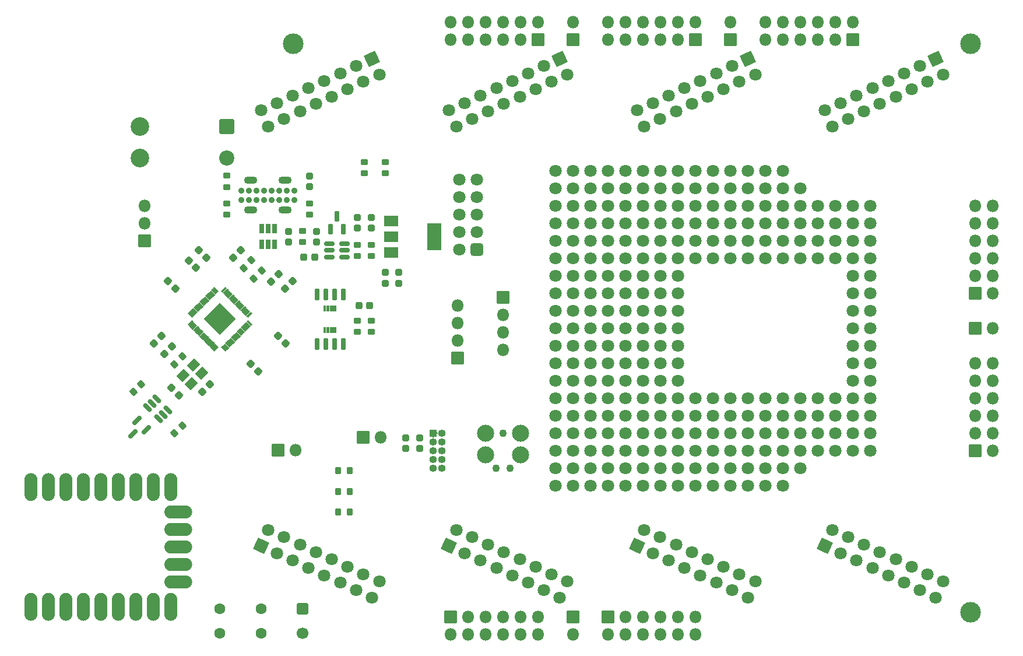
<source format=gbr>
%TF.GenerationSoftware,KiCad,Pcbnew,7.0.1*%
%TF.CreationDate,2023-03-20T19:53:50+01:00*%
%TF.ProjectId,chubby-hat,63687562-6279-42d6-9861-742e6b696361,0.2.2*%
%TF.SameCoordinates,Original*%
%TF.FileFunction,Soldermask,Bot*%
%TF.FilePolarity,Negative*%
%FSLAX46Y46*%
G04 Gerber Fmt 4.6, Leading zero omitted, Abs format (unit mm)*
G04 Created by KiCad (PCBNEW 7.0.1) date 2023-03-20 19:53:50*
%MOMM*%
%LPD*%
G01*
G04 APERTURE LIST*
G04 Aperture macros list*
%AMRoundRect*
0 Rectangle with rounded corners*
0 $1 Rounding radius*
0 $2 $3 $4 $5 $6 $7 $8 $9 X,Y pos of 4 corners*
0 Add a 4 corners polygon primitive as box body*
4,1,4,$2,$3,$4,$5,$6,$7,$8,$9,$2,$3,0*
0 Add four circle primitives for the rounded corners*
1,1,$1+$1,$2,$3*
1,1,$1+$1,$4,$5*
1,1,$1+$1,$6,$7*
1,1,$1+$1,$8,$9*
0 Add four rect primitives between the rounded corners*
20,1,$1+$1,$2,$3,$4,$5,0*
20,1,$1+$1,$4,$5,$6,$7,0*
20,1,$1+$1,$6,$7,$8,$9,0*
20,1,$1+$1,$8,$9,$2,$3,0*%
%AMHorizOval*
0 Thick line with rounded ends*
0 $1 width*
0 $2 $3 position (X,Y) of the first rounded end (center of the circle)*
0 $4 $5 position (X,Y) of the second rounded end (center of the circle)*
0 Add line between two ends*
20,1,$1,$2,$3,$4,$5,0*
0 Add two circle primitives to create the rounded ends*
1,1,$1,$2,$3*
1,1,$1,$4,$5*%
G04 Aperture macros list end*
%ADD10C,0.900000*%
%ADD11O,1.900000X1.100000*%
%ADD12RoundRect,0.050000X0.850000X-0.850000X0.850000X0.850000X-0.850000X0.850000X-0.850000X-0.850000X0*%
%ADD13O,1.800000X1.800000*%
%ADD14RoundRect,0.050000X-0.850000X0.850000X-0.850000X-0.850000X0.850000X-0.850000X0.850000X0.850000X0*%
%ADD15C,1.879600*%
%ADD16RoundRect,0.050000X0.850000X0.850000X-0.850000X0.850000X-0.850000X-0.850000X0.850000X-0.850000X0*%
%ADD17C,2.700000*%
%ADD18RoundRect,0.300001X-0.799999X0.799999X-0.799999X-0.799999X0.799999X-0.799999X0.799999X0.799999X0*%
%ADD19C,2.200000*%
%ADD20C,2.474900*%
%ADD21C,1.090600*%
%ADD22C,1.800000*%
%ADD23C,1.600000*%
%ADD24RoundRect,0.300000X-0.550000X0.550000X-0.550000X-0.550000X0.550000X-0.550000X0.550000X0.550000X0*%
%ADD25C,1.700000*%
%ADD26RoundRect,0.300000X0.600000X0.600000X-0.600000X0.600000X-0.600000X-0.600000X0.600000X-0.600000X0*%
%ADD27RoundRect,0.050000X-0.850000X-0.850000X0.850000X-0.850000X0.850000X0.850000X-0.850000X0.850000X0*%
%ADD28RoundRect,0.050000X-0.500000X-0.500000X0.500000X-0.500000X0.500000X0.500000X-0.500000X0.500000X0*%
%ADD29O,1.100000X1.100000*%
%ADD30RoundRect,0.050000X-0.070711X-0.919239X0.919239X0.070711X0.070711X0.919239X-0.919239X-0.070711X0*%
%ADD31RoundRect,0.275000X0.250000X-0.225000X0.250000X0.225000X-0.250000X0.225000X-0.250000X-0.225000X0*%
%ADD32RoundRect,0.050000X-0.411136X1.129587X-1.129587X-0.411136X0.411136X-1.129587X1.129587X0.411136X0*%
%ADD33HorizOval,1.800000X0.000000X0.000000X0.000000X0.000000X0*%
%ADD34RoundRect,0.250000X-0.053033X0.335876X-0.335876X0.053033X0.053033X-0.335876X0.335876X-0.053033X0*%
%ADD35RoundRect,0.050000X0.150000X0.400000X-0.150000X0.400000X-0.150000X-0.400000X0.150000X-0.400000X0*%
%ADD36RoundRect,0.250000X-0.275000X0.200000X-0.275000X-0.200000X0.275000X-0.200000X0.275000X0.200000X0*%
%ADD37RoundRect,0.250000X0.275000X-0.200000X0.275000X0.200000X-0.275000X0.200000X-0.275000X-0.200000X0*%
%ADD38RoundRect,0.050000X1.129587X-0.411136X0.411136X1.129587X-1.129587X0.411136X-0.411136X-1.129587X0*%
%ADD39HorizOval,1.800000X0.000000X0.000000X0.000000X0.000000X0*%
%ADD40RoundRect,0.200000X0.150000X-0.587500X0.150000X0.587500X-0.150000X0.587500X-0.150000X-0.587500X0*%
%ADD41RoundRect,0.268750X0.218750X0.256250X-0.218750X0.256250X-0.218750X-0.256250X0.218750X-0.256250X0*%
%ADD42RoundRect,0.275000X-0.017678X0.335876X-0.335876X0.017678X0.017678X-0.335876X0.335876X-0.017678X0*%
%ADD43RoundRect,0.275000X0.017678X-0.335876X0.335876X-0.017678X-0.017678X0.335876X-0.335876X0.017678X0*%
%ADD44RoundRect,0.275000X-0.250000X0.225000X-0.250000X-0.225000X0.250000X-0.225000X0.250000X0.225000X0*%
%ADD45RoundRect,0.200000X0.150000X-0.512500X0.150000X0.512500X-0.150000X0.512500X-0.150000X-0.512500X0*%
%ADD46C,3.000000*%
%ADD47RoundRect,0.275000X-0.335876X-0.017678X-0.017678X-0.335876X0.335876X0.017678X0.017678X0.335876X0*%
%ADD48RoundRect,0.100000X0.309359X-0.238649X-0.238649X0.309359X-0.309359X0.238649X0.238649X-0.309359X0*%
%ADD49RoundRect,0.100000X0.309359X0.238649X0.238649X0.309359X-0.309359X-0.238649X-0.238649X-0.309359X0*%
%ADD50RoundRect,0.050000X2.262742X0.000000X0.000000X2.262742X-2.262742X0.000000X0.000000X-2.262742X0*%
%ADD51RoundRect,0.275000X-0.225000X-0.250000X0.225000X-0.250000X0.225000X0.250000X-0.225000X0.250000X0*%
%ADD52RoundRect,0.250000X0.200000X0.275000X-0.200000X0.275000X-0.200000X-0.275000X0.200000X-0.275000X0*%
%ADD53RoundRect,0.250000X0.053033X-0.335876X0.335876X-0.053033X-0.053033X0.335876X-0.335876X0.053033X0*%
%ADD54RoundRect,0.200000X0.150000X-0.650000X0.150000X0.650000X-0.150000X0.650000X-0.150000X-0.650000X0*%
%ADD55RoundRect,0.050000X-1.000000X-0.750000X1.000000X-0.750000X1.000000X0.750000X-1.000000X0.750000X0*%
%ADD56RoundRect,0.050000X-1.000000X-1.900000X1.000000X-1.900000X1.000000X1.900000X-1.000000X1.900000X0*%
%ADD57RoundRect,0.175000X0.587500X0.125000X-0.587500X0.125000X-0.587500X-0.125000X0.587500X-0.125000X0*%
%ADD58O,1.879600X3.657600*%
%ADD59O,3.657600X1.879600*%
%ADD60RoundRect,0.200000X0.309359X0.521491X-0.521491X-0.309359X-0.309359X-0.521491X0.521491X0.309359X0*%
%ADD61RoundRect,0.275000X0.335876X0.017678X0.017678X0.335876X-0.335876X-0.017678X-0.017678X-0.335876X0*%
%ADD62RoundRect,0.175000X-0.503814X0.327037X0.327037X-0.503814X0.503814X-0.327037X-0.327037X0.503814X0*%
G04 APERTURE END LIST*
D10*
%TO.C,J10*%
X167850000Y-62675000D03*
X166750000Y-62675000D03*
X165650000Y-62675000D03*
X164550000Y-62675000D03*
X163450000Y-62675000D03*
X162350000Y-62675000D03*
X161250000Y-62675000D03*
X160150000Y-62675000D03*
X160150000Y-61325000D03*
X161250000Y-61325000D03*
X162350000Y-61325000D03*
X163450000Y-61325000D03*
X164550000Y-61325000D03*
X165650000Y-61325000D03*
X166750000Y-61325000D03*
X167850000Y-61325000D03*
D11*
X166500000Y-64150000D03*
X166500000Y-59850000D03*
X161500000Y-64150000D03*
X161500000Y-59850000D03*
%TD*%
D12*
%TO.C,Pmod6*%
X213360000Y-123190000D03*
D13*
X213360000Y-125730000D03*
X215900000Y-123190000D03*
X215900000Y-125730000D03*
X218440000Y-123190000D03*
X218440000Y-125730000D03*
X220980000Y-123190000D03*
X220980000Y-125730000D03*
X223520000Y-123190000D03*
X223520000Y-125730000D03*
X226060000Y-123190000D03*
X226060000Y-125730000D03*
%TD*%
D14*
%TO.C,Pmod1*%
X203200000Y-39370000D03*
D13*
X203200000Y-36830000D03*
X200660000Y-39370000D03*
X200660000Y-36830000D03*
X198120000Y-39370000D03*
X198120000Y-36830000D03*
X195580000Y-39370000D03*
X195580000Y-36830000D03*
X193040000Y-39370000D03*
X193040000Y-36830000D03*
X190500000Y-39370000D03*
X190500000Y-36830000D03*
%TD*%
D15*
%TO.C,A1*%
X129540000Y-120650000D03*
X132080000Y-120650000D03*
X134620000Y-120650000D03*
X137160000Y-120650000D03*
X139700000Y-120650000D03*
X142240000Y-120650000D03*
X144780000Y-120650000D03*
X144780000Y-105410000D03*
X142240000Y-105410000D03*
X139700000Y-105410000D03*
X137160000Y-105410000D03*
X134620000Y-105410000D03*
X132080000Y-105410000D03*
X129540000Y-105410000D03*
%TD*%
D16*
%TO.C,J1*%
X146050000Y-68580000D03*
D13*
X146050000Y-66040000D03*
X146050000Y-63500000D03*
%TD*%
D14*
%TO.C,Pmod3*%
X248920000Y-39370000D03*
D13*
X248920000Y-36830000D03*
X246380000Y-39370000D03*
X246380000Y-36830000D03*
X243840000Y-39370000D03*
X243840000Y-36830000D03*
X241300000Y-39370000D03*
X241300000Y-36830000D03*
X238760000Y-39370000D03*
X238760000Y-36830000D03*
X236220000Y-39370000D03*
X236220000Y-36830000D03*
%TD*%
D14*
%TO.C,Pmod2*%
X226060000Y-39370000D03*
D13*
X226060000Y-36830000D03*
X223520000Y-39370000D03*
X223520000Y-36830000D03*
X220980000Y-39370000D03*
X220980000Y-36830000D03*
X218440000Y-39370000D03*
X218440000Y-36830000D03*
X215900000Y-39370000D03*
X215900000Y-36830000D03*
X213360000Y-39370000D03*
X213360000Y-36830000D03*
%TD*%
D17*
%TO.C,J17*%
X145400000Y-52000000D03*
X145400000Y-56600000D03*
D18*
X158000000Y-52000000D03*
D19*
X158000000Y-56600000D03*
%TD*%
D20*
%TO.C,J4*%
X200660000Y-96520000D03*
D21*
X198120000Y-96520000D03*
D20*
X195580000Y-96520000D03*
X200660000Y-99695000D03*
X195580000Y-99695000D03*
D21*
X199136000Y-101600000D03*
X197104000Y-101600000D03*
%TD*%
D12*
%TO.C,J6*%
X266700000Y-81279999D03*
D13*
X269240000Y-81279999D03*
%TD*%
D16*
%TO.C,Pmod5*%
X266700000Y-99059999D03*
D13*
X269240000Y-99059999D03*
X266700000Y-96519999D03*
X269240000Y-96519999D03*
X266700000Y-93979999D03*
X269240000Y-93979999D03*
X266700000Y-91439999D03*
X269240000Y-91439999D03*
X266700000Y-88899999D03*
X269240000Y-88899999D03*
X266700000Y-86359999D03*
X269240000Y-86359999D03*
%TD*%
D16*
%TO.C,J8*%
X208280000Y-39370000D03*
D13*
X208280000Y-36830000D03*
%TD*%
D22*
%TO.C,N2*%
X205740000Y-88900000D03*
X205740000Y-86360000D03*
X205740000Y-83820000D03*
X205740000Y-81280000D03*
X205740000Y-78740000D03*
X205740000Y-76200000D03*
X205740000Y-73660000D03*
X208280000Y-88900000D03*
X208280000Y-86360000D03*
X208280000Y-83820000D03*
X208280000Y-81280000D03*
X208280000Y-78740000D03*
X208280000Y-76200000D03*
X208280000Y-73660000D03*
X210820000Y-88900000D03*
X210820000Y-86360000D03*
X210820000Y-83820000D03*
X210820000Y-81280000D03*
X210820000Y-78740000D03*
X210820000Y-76200000D03*
X210820000Y-73660000D03*
X213360000Y-88900000D03*
X213360000Y-86360000D03*
X213360000Y-83820000D03*
X213360000Y-81280000D03*
X213360000Y-78740000D03*
X213360000Y-76200000D03*
X213360000Y-73660000D03*
X215900000Y-88900000D03*
X215900000Y-86360000D03*
X215900000Y-83820000D03*
X215900000Y-81280000D03*
X215900000Y-78740000D03*
X215900000Y-76200000D03*
X215900000Y-73660000D03*
X218440000Y-88900000D03*
X218440000Y-86360000D03*
X218440000Y-83820000D03*
X218440000Y-81280000D03*
X218440000Y-78740000D03*
X218440000Y-76200000D03*
X218440000Y-73660000D03*
X220980000Y-88900000D03*
X220980000Y-86360000D03*
X220980000Y-83820000D03*
X220980000Y-81280000D03*
X220980000Y-78740000D03*
X220980000Y-76200000D03*
X220980000Y-73660000D03*
X223520000Y-88900000D03*
X223520000Y-86360000D03*
X223520000Y-83820000D03*
X223520000Y-81280000D03*
X223520000Y-78740000D03*
X223520000Y-76200000D03*
X223520000Y-73660000D03*
%TD*%
D16*
%TO.C,J7*%
X231140000Y-39370000D03*
D13*
X231140000Y-36830000D03*
%TD*%
D23*
%TO.C,J5*%
X163000000Y-122000000D03*
X157000000Y-122000000D03*
X163000000Y-125600000D03*
X157000000Y-125600000D03*
D24*
X169000000Y-122000000D03*
D25*
X169000000Y-125600000D03*
%TD*%
D22*
%TO.C,N4*%
X205740000Y-104140000D03*
X205740000Y-101600000D03*
X205740000Y-99060000D03*
X205740000Y-96520000D03*
X205740000Y-93980000D03*
X205740000Y-91440000D03*
X208280000Y-104140000D03*
X208280000Y-101600000D03*
X208280000Y-99060000D03*
X208280000Y-96520000D03*
X208280000Y-93980000D03*
X208280000Y-91440000D03*
X210820000Y-104140000D03*
X210820000Y-101600000D03*
X210820000Y-99060000D03*
X210820000Y-96520000D03*
X210820000Y-93980000D03*
X210820000Y-91440000D03*
X213360000Y-104140000D03*
X213360000Y-101600000D03*
X213360000Y-99060000D03*
X213360000Y-96520000D03*
X213360000Y-93980000D03*
X213360000Y-91440000D03*
X215900000Y-104140000D03*
X215900000Y-101600000D03*
X215900000Y-99060000D03*
X215900000Y-96520000D03*
X215900000Y-93980000D03*
X215900000Y-91440000D03*
X218440000Y-104140000D03*
X218440000Y-101600000D03*
X218440000Y-99060000D03*
X218440000Y-96520000D03*
X218440000Y-93980000D03*
X218440000Y-91440000D03*
X220980000Y-104140000D03*
X220980000Y-101600000D03*
X220980000Y-99060000D03*
X220980000Y-96520000D03*
X220980000Y-93980000D03*
X220980000Y-91440000D03*
X223520000Y-104140000D03*
X223520000Y-101600000D03*
X223520000Y-99060000D03*
X223520000Y-96520000D03*
X223520000Y-93980000D03*
X223520000Y-91440000D03*
X226060000Y-104140000D03*
X226060000Y-101600000D03*
X226060000Y-99060000D03*
X226060000Y-96520000D03*
X226060000Y-93980000D03*
X226060000Y-91440000D03*
X228600000Y-104140000D03*
X228600000Y-101600000D03*
X228600000Y-99060000D03*
X228600000Y-96520000D03*
X228600000Y-93980000D03*
X228600000Y-91440000D03*
X231140000Y-104140000D03*
X231140000Y-101600000D03*
X231140000Y-99060000D03*
X231140000Y-96520000D03*
X231140000Y-93980000D03*
X231140000Y-91440000D03*
X233680000Y-104140000D03*
X233680000Y-101600000D03*
X233680000Y-99060000D03*
X233680000Y-96520000D03*
X233680000Y-93980000D03*
X233680000Y-91440000D03*
X236220000Y-104140000D03*
X236220000Y-101600000D03*
X236220000Y-99060000D03*
X236220000Y-96520000D03*
X236220000Y-93980000D03*
X236220000Y-91440000D03*
X238760000Y-104140000D03*
X238760000Y-101600000D03*
X238760000Y-99060000D03*
X238760000Y-96520000D03*
X238760000Y-93980000D03*
X238760000Y-91440000D03*
X241300000Y-101600000D03*
X241300000Y-99060000D03*
X241300000Y-96520000D03*
X241300000Y-93980000D03*
X241300000Y-91440000D03*
X243840000Y-99060000D03*
X243840000Y-96520000D03*
X243840000Y-93980000D03*
X243840000Y-91440000D03*
X246380000Y-99060000D03*
X246380000Y-96520000D03*
X246380000Y-93980000D03*
X246380000Y-91440000D03*
%TD*%
D26*
%TO.C,J2*%
X194310000Y-69850000D03*
D22*
X191770000Y-69850000D03*
X194310000Y-67310000D03*
X191770000Y-67310000D03*
X194310000Y-64770000D03*
X191770000Y-64770000D03*
X194310000Y-62230000D03*
X191770000Y-62230000D03*
X194310000Y-59690000D03*
X191770000Y-59690000D03*
%TD*%
D12*
%TO.C,Pmod7*%
X190500000Y-123190000D03*
D13*
X190500000Y-125730000D03*
X193040000Y-123190000D03*
X193040000Y-125730000D03*
X195580000Y-123190000D03*
X195580000Y-125730000D03*
X198120000Y-123190000D03*
X198120000Y-125730000D03*
X200660000Y-123190000D03*
X200660000Y-125730000D03*
X203200000Y-123190000D03*
X203200000Y-125730000D03*
%TD*%
D27*
%TO.C,J9*%
X208280000Y-123190000D03*
D13*
X208280000Y-125730000D03*
%TD*%
D16*
%TO.C,Pmod4*%
X266700000Y-76199999D03*
D13*
X269240000Y-76199999D03*
X266700000Y-73659999D03*
X269240000Y-73659999D03*
X266700000Y-71119999D03*
X269240000Y-71119999D03*
X266700000Y-68579999D03*
X269240000Y-68579999D03*
X266700000Y-66039999D03*
X269240000Y-66039999D03*
X266700000Y-63499999D03*
X269240000Y-63499999D03*
%TD*%
D28*
%TO.C,J3*%
X187960000Y-96520000D03*
D29*
X189230000Y-96520000D03*
X187960000Y-97790000D03*
X189230000Y-97790000D03*
X187960000Y-99060000D03*
X189230000Y-99060000D03*
X187960000Y-100330000D03*
X189230000Y-100330000D03*
X187960000Y-101600000D03*
X189230000Y-101600000D03*
%TD*%
D22*
%TO.C,N3*%
X205740000Y-71120000D03*
X205740000Y-68580000D03*
X205740000Y-66040000D03*
X205740000Y-63500000D03*
X205740000Y-60960000D03*
X205740000Y-58420000D03*
X208280000Y-71120000D03*
X208280000Y-68580000D03*
X208280000Y-66040000D03*
X208280000Y-63500000D03*
X208280000Y-60960000D03*
X208280000Y-58420000D03*
X210820000Y-71120000D03*
X210820000Y-68580000D03*
X210820000Y-66040000D03*
X210820000Y-63500000D03*
X210820000Y-60960000D03*
X210820000Y-58420000D03*
X213360000Y-71120000D03*
X213360000Y-68580000D03*
X213360000Y-66040000D03*
X213360000Y-63500000D03*
X213360000Y-60960000D03*
X213360000Y-58420000D03*
X215900000Y-71120000D03*
X215900000Y-68580000D03*
X215900000Y-66040000D03*
X215900000Y-63500000D03*
X215900000Y-60960000D03*
X215900000Y-58420000D03*
X218440000Y-71120000D03*
X218440000Y-68580000D03*
X218440000Y-66040000D03*
X218440000Y-63500000D03*
X218440000Y-60960000D03*
X218440000Y-58420000D03*
X220980000Y-71120000D03*
X220980000Y-68580000D03*
X220980000Y-66040000D03*
X220980000Y-63500000D03*
X220980000Y-60960000D03*
X220980000Y-58420000D03*
X223520000Y-71120000D03*
X223520000Y-68580000D03*
X223520000Y-66040000D03*
X223520000Y-63500000D03*
X223520000Y-60960000D03*
X223520000Y-58420000D03*
X226060000Y-71120000D03*
X226060000Y-68580000D03*
X226060000Y-66040000D03*
X226060000Y-63500000D03*
X226060000Y-60960000D03*
X226060000Y-58420000D03*
X228600000Y-71120000D03*
X228600000Y-68580000D03*
X228600000Y-66040000D03*
X228600000Y-63500000D03*
X228600000Y-60960000D03*
X228600000Y-58420000D03*
X231140000Y-71120000D03*
X231140000Y-68580000D03*
X231140000Y-66040000D03*
X231140000Y-63500000D03*
X231140000Y-60960000D03*
X231140000Y-58420000D03*
X233680000Y-71120000D03*
X233680000Y-68580000D03*
X233680000Y-66040000D03*
X233680000Y-63500000D03*
X233680000Y-60960000D03*
X233680000Y-58420000D03*
X236220000Y-71120000D03*
X236220000Y-68580000D03*
X236220000Y-66040000D03*
X236220000Y-63500000D03*
X236220000Y-60960000D03*
X236220000Y-58420000D03*
X238760000Y-71120000D03*
X238760000Y-68580000D03*
X238760000Y-66040000D03*
X238760000Y-63500000D03*
X238760000Y-60960000D03*
X238760000Y-58420000D03*
X241300000Y-71120000D03*
X241300000Y-68580000D03*
X241300000Y-66040000D03*
X241300000Y-63500000D03*
X241300000Y-60960000D03*
X243840000Y-71120000D03*
X243840000Y-68580000D03*
X243840000Y-66040000D03*
X243840000Y-63500000D03*
X246380000Y-71120000D03*
X246380000Y-68580000D03*
X246380000Y-66040000D03*
X246380000Y-63500000D03*
%TD*%
D30*
%TO.C,Y1*%
X151621142Y-88176777D03*
X153176777Y-86621142D03*
X154378858Y-87823223D03*
X152823223Y-89378858D03*
%TD*%
D31*
%TO.C,C5*%
X170000000Y-60775000D03*
X170000000Y-59225000D03*
%TD*%
D32*
%TO.C,J13*%
X190260848Y-112881847D03*
D33*
X191334298Y-110579825D03*
X192562870Y-113955297D03*
X193636320Y-111653276D03*
X194864892Y-115028748D03*
X195938342Y-112726726D03*
X197166913Y-116102198D03*
X198240364Y-113800176D03*
X199468935Y-117175649D03*
X200542386Y-114873627D03*
X201770957Y-118249099D03*
X202844407Y-115947077D03*
X204072979Y-119322549D03*
X205146429Y-117020528D03*
X206375000Y-120396000D03*
X207448451Y-118093978D03*
%TD*%
D34*
%TO.C,R16*%
X161583363Y-71416637D03*
X160416637Y-72583363D03*
%TD*%
D35*
%TO.C,U6*%
X173750000Y-81550000D03*
X173250000Y-81550000D03*
X172750000Y-81550000D03*
X172250000Y-81550000D03*
X172250000Y-78450000D03*
X172750000Y-78450000D03*
X173250000Y-78450000D03*
X173750000Y-78450000D03*
%TD*%
D36*
%TO.C,R2*%
X181000000Y-57175000D03*
X181000000Y-58825000D03*
%TD*%
D37*
%TO.C,R8*%
X158000000Y-64825000D03*
X158000000Y-63175000D03*
%TD*%
D32*
%TO.C,J22*%
X244870848Y-112881847D03*
D33*
X245944298Y-110579825D03*
X247172870Y-113955297D03*
X248246320Y-111653276D03*
X249474892Y-115028748D03*
X250548342Y-112726726D03*
X251776913Y-116102198D03*
X252850364Y-113800176D03*
X254078935Y-117175649D03*
X255152386Y-114873627D03*
X256380957Y-118249099D03*
X257454407Y-115947077D03*
X258682979Y-119322549D03*
X259756429Y-117020528D03*
X260985000Y-120396000D03*
X262058451Y-118093978D03*
%TD*%
D38*
%TO.C,J19*%
X233680000Y-42164000D03*
D39*
X234753450Y-44466022D03*
X231377978Y-43237450D03*
X232451429Y-45539472D03*
X229075956Y-44310901D03*
X230149407Y-46612923D03*
X226773935Y-45384351D03*
X227847385Y-47686373D03*
X224471913Y-46457802D03*
X225545363Y-48759823D03*
X222169891Y-47531252D03*
X223243341Y-49833274D03*
X219867869Y-48604702D03*
X220941320Y-50906724D03*
X217565848Y-49678153D03*
X218639298Y-51980174D03*
%TD*%
D40*
%TO.C,Q2*%
X174950000Y-66937500D03*
X173050000Y-66937500D03*
X174000000Y-65062500D03*
%TD*%
D41*
%TO.C,FB1*%
X170787500Y-71000000D03*
X169212500Y-71000000D03*
%TD*%
D42*
%TO.C,C15*%
X148548008Y-82451992D03*
X147451992Y-83548008D03*
%TD*%
D31*
%TO.C,C8*%
X186000000Y-98775000D03*
X186000000Y-97225000D03*
%TD*%
D43*
%TO.C,C19*%
X164451992Y-74548008D03*
X165548008Y-73451992D03*
%TD*%
%TO.C,C13*%
X166451992Y-75548008D03*
X167548008Y-74451992D03*
%TD*%
%TO.C,C14*%
X158951992Y-71048008D03*
X160048008Y-69951992D03*
%TD*%
D38*
%TO.C,J23*%
X260985000Y-42164000D03*
D39*
X262058450Y-44466022D03*
X258682978Y-43237450D03*
X259756429Y-45539472D03*
X256380956Y-44310901D03*
X257454407Y-46612923D03*
X254078935Y-45384351D03*
X255152385Y-47686373D03*
X251776913Y-46457802D03*
X252850363Y-48759823D03*
X249474891Y-47531252D03*
X250548341Y-49833274D03*
X247172869Y-48604702D03*
X248246320Y-50906724D03*
X244870848Y-49678153D03*
X245944298Y-51980174D03*
%TD*%
D44*
%TO.C,C7*%
X171000000Y-67225000D03*
X171000000Y-68775000D03*
%TD*%
D45*
%TO.C,U3*%
X164950000Y-69137500D03*
X164000000Y-69137500D03*
X163050000Y-69137500D03*
X163050000Y-66862500D03*
X164000000Y-66862500D03*
X164950000Y-66862500D03*
%TD*%
D37*
%TO.C,R7*%
X170000000Y-64825000D03*
X170000000Y-63175000D03*
%TD*%
D46*
%TO.C,REF\u002A\u002A*%
X266065000Y-122555000D03*
X266065000Y-122555000D03*
%TD*%
D47*
%TO.C,C16*%
X165451992Y-82451992D03*
X166548008Y-83548008D03*
%TD*%
D14*
%TO.C,J21*%
X165460000Y-99000000D03*
D13*
X168000000Y-99000000D03*
%TD*%
D32*
%TO.C,J11*%
X162955848Y-112881847D03*
D33*
X164029298Y-110579825D03*
X165257870Y-113955297D03*
X166331320Y-111653276D03*
X167559892Y-115028748D03*
X168633342Y-112726726D03*
X169861913Y-116102198D03*
X170935364Y-113800176D03*
X172163935Y-117175649D03*
X173237386Y-114873627D03*
X174465957Y-118249099D03*
X175539407Y-115947077D03*
X176767979Y-119322549D03*
X177841429Y-117020528D03*
X179070000Y-120396000D03*
X180143451Y-118093978D03*
%TD*%
D42*
%TO.C,C11*%
X155548008Y-89451992D03*
X154451992Y-90548008D03*
%TD*%
D48*
%TO.C,U5*%
X161269157Y-80592202D03*
X160986314Y-80875045D03*
X160703472Y-81157887D03*
X160420629Y-81440730D03*
X160137786Y-81723573D03*
X159854944Y-82006415D03*
X159572101Y-82289258D03*
X159289258Y-82572101D03*
X159006415Y-82854944D03*
X158723573Y-83137786D03*
X158440730Y-83420629D03*
X158157887Y-83703472D03*
X157875045Y-83986314D03*
X157592202Y-84269157D03*
D49*
X156407798Y-84269157D03*
X156124955Y-83986314D03*
X155842113Y-83703472D03*
X155559270Y-83420629D03*
X155276427Y-83137786D03*
X154993585Y-82854944D03*
X154710742Y-82572101D03*
X154427899Y-82289258D03*
X154145056Y-82006415D03*
X153862214Y-81723573D03*
X153579371Y-81440730D03*
X153296528Y-81157887D03*
X153013686Y-80875045D03*
X152730843Y-80592202D03*
D48*
X152730843Y-79407798D03*
X153013686Y-79124955D03*
X153296528Y-78842113D03*
X153579371Y-78559270D03*
X153862214Y-78276427D03*
X154145056Y-77993585D03*
X154427899Y-77710742D03*
X154710742Y-77427899D03*
X154993585Y-77145056D03*
X155276427Y-76862214D03*
X155559270Y-76579371D03*
X155842113Y-76296528D03*
X156124955Y-76013686D03*
X156407798Y-75730843D03*
D49*
X157592202Y-75730843D03*
X157875045Y-76013686D03*
X158157887Y-76296528D03*
X158440730Y-76579371D03*
X158723573Y-76862214D03*
X159006415Y-77145056D03*
X159289258Y-77427899D03*
X159572101Y-77710742D03*
X159854944Y-77993585D03*
X160137786Y-78276427D03*
X160420629Y-78559270D03*
X160703472Y-78842113D03*
X160986314Y-79124955D03*
X161269157Y-79407798D03*
D50*
X157000000Y-80000000D03*
%TD*%
D51*
%TO.C,C10*%
X177225000Y-78000000D03*
X178775000Y-78000000D03*
%TD*%
D52*
%TO.C,R3*%
X175825000Y-108000000D03*
X174175000Y-108000000D03*
%TD*%
D31*
%TO.C,C6*%
X167000000Y-68775000D03*
X167000000Y-67225000D03*
%TD*%
D53*
%TO.C,R11*%
X150416637Y-96583363D03*
X151583363Y-95416637D03*
%TD*%
%TO.C,R17*%
X150416637Y-86583363D03*
X151583363Y-85416637D03*
%TD*%
D46*
%TO.C,REF\u002A\u002A*%
X266065000Y-40005000D03*
X266065000Y-40005000D03*
%TD*%
D32*
%TO.C,J18*%
X217565848Y-112881847D03*
D33*
X218639298Y-110579825D03*
X219867870Y-113955297D03*
X220941320Y-111653276D03*
X222169892Y-115028748D03*
X223243342Y-112726726D03*
X224471913Y-116102198D03*
X225545364Y-113800176D03*
X226773935Y-117175649D03*
X227847386Y-114873627D03*
X229075957Y-118249099D03*
X230149407Y-115947077D03*
X231377979Y-119322549D03*
X232451429Y-117020528D03*
X233680000Y-120396000D03*
X234753451Y-118093978D03*
%TD*%
D54*
%TO.C,U4*%
X174905000Y-83600000D03*
X173635000Y-83600000D03*
X172365000Y-83600000D03*
X171095000Y-83600000D03*
X171095000Y-76400000D03*
X172365000Y-76400000D03*
X173635000Y-76400000D03*
X174905000Y-76400000D03*
%TD*%
D55*
%TO.C,U1*%
X181850000Y-70300000D03*
X181850000Y-68000000D03*
D56*
X188150000Y-68000000D03*
D55*
X181850000Y-65700000D03*
%TD*%
D46*
%TO.C,REF\u002A\u002A*%
X167640000Y-40005000D03*
X167640000Y-40005000D03*
%TD*%
D38*
%TO.C,J12*%
X179070000Y-42164000D03*
D39*
X180143450Y-44466022D03*
X176767978Y-43237450D03*
X177841429Y-45539472D03*
X174465956Y-44310901D03*
X175539407Y-46612923D03*
X172163935Y-45384351D03*
X173237385Y-47686373D03*
X169861913Y-46457802D03*
X170935363Y-48759823D03*
X167559891Y-47531252D03*
X168633341Y-49833274D03*
X165257869Y-48604702D03*
X166331320Y-50906724D03*
X162955848Y-49678153D03*
X164029298Y-51980174D03*
%TD*%
D57*
%TO.C,Q1*%
X175137500Y-69050000D03*
X175137500Y-70000000D03*
X175137500Y-70950000D03*
X172862500Y-70950000D03*
X172862500Y-70000000D03*
X172862500Y-69050000D03*
%TD*%
D16*
%TO.C,J15*%
X198120000Y-76835000D03*
D13*
X198120000Y-79375000D03*
X198120000Y-81915000D03*
X198120000Y-84455000D03*
%TD*%
D36*
%TO.C,R14*%
X179000000Y-80175000D03*
X179000000Y-81825000D03*
%TD*%
D42*
%TO.C,C17*%
X150048008Y-83951992D03*
X148951992Y-85048008D03*
%TD*%
D47*
%TO.C,C12*%
X149951992Y-89951992D03*
X151048008Y-91048008D03*
%TD*%
D53*
%TO.C,R15*%
X161916637Y-74083363D03*
X163083363Y-72916637D03*
%TD*%
D31*
%TO.C,C9*%
X184000000Y-98775000D03*
X184000000Y-97225000D03*
%TD*%
D58*
%TO.C,U2*%
X129540000Y-104140000D03*
D15*
X129540000Y-105410000D03*
D58*
X132080000Y-104140000D03*
D15*
X132080000Y-105410000D03*
D58*
X134620000Y-104140000D03*
D15*
X134620000Y-105410000D03*
D58*
X137160000Y-104140000D03*
D15*
X137160000Y-105410000D03*
D58*
X139700000Y-104140000D03*
D15*
X139700000Y-105410000D03*
D58*
X142240000Y-104140000D03*
D15*
X142240000Y-105410000D03*
D58*
X144780000Y-104140000D03*
D15*
X144780000Y-105410000D03*
D58*
X147320000Y-104140000D03*
D15*
X147320000Y-105410000D03*
D58*
X149860000Y-104140000D03*
D15*
X149860000Y-105410000D03*
D59*
X151130000Y-107950000D03*
D15*
X149860000Y-107950000D03*
D59*
X151130000Y-110490000D03*
D15*
X149860000Y-110490000D03*
D59*
X151130000Y-113030000D03*
D15*
X149860000Y-113030000D03*
D59*
X151130000Y-115570000D03*
D15*
X149860000Y-115570000D03*
D59*
X151130000Y-118110000D03*
D15*
X149860000Y-118110000D03*
X149860000Y-120650000D03*
D58*
X149860000Y-121920000D03*
D15*
X147320000Y-120650000D03*
D58*
X147320000Y-121920000D03*
D15*
X144780000Y-120650000D03*
D58*
X144780000Y-121920000D03*
D15*
X142240000Y-120650000D03*
D58*
X142240000Y-121920000D03*
D15*
X139700000Y-120650000D03*
D58*
X139700000Y-121920000D03*
D15*
X137160000Y-120650000D03*
D58*
X137160000Y-121920000D03*
D15*
X134620000Y-120650000D03*
D58*
X134620000Y-121920000D03*
D15*
X132080000Y-120650000D03*
D58*
X132080000Y-121920000D03*
D15*
X129540000Y-120650000D03*
D58*
X129540000Y-121920000D03*
%TD*%
D36*
%TO.C,F1*%
X169000000Y-67175000D03*
X169000000Y-68825000D03*
%TD*%
D60*
%TO.C,Q4*%
X144991161Y-94665336D03*
X146334664Y-96008839D03*
X144337087Y-96662913D03*
%TD*%
D36*
%TO.C,R1*%
X178000000Y-57175000D03*
X178000000Y-58825000D03*
%TD*%
D44*
%TO.C,C4*%
X183000000Y-73225000D03*
X183000000Y-74775000D03*
%TD*%
D14*
%TO.C,J20*%
X177800000Y-97155000D03*
D13*
X180340000Y-97155000D03*
%TD*%
D36*
%TO.C,R9*%
X177000000Y-69175000D03*
X177000000Y-70825000D03*
%TD*%
D22*
%TO.C,N5*%
X248920000Y-99060000D03*
X251460000Y-99060000D03*
X248920000Y-96520000D03*
X251460000Y-96520000D03*
X248920000Y-93980000D03*
X251460000Y-93980000D03*
X248920000Y-91440000D03*
X251460000Y-91440000D03*
X248920000Y-88900000D03*
X251460000Y-88900000D03*
X248920000Y-86360000D03*
X251460000Y-86360000D03*
X248920000Y-83820000D03*
X251460000Y-83820000D03*
X248920000Y-81280000D03*
X251460000Y-81280000D03*
X248920000Y-78740000D03*
X251460000Y-78740000D03*
X248920000Y-76200000D03*
X251460000Y-76200000D03*
X248920000Y-73660000D03*
X251460000Y-73660000D03*
X248920000Y-71120000D03*
X251460000Y-71120000D03*
X248920000Y-68580000D03*
X251460000Y-68580000D03*
X248920000Y-66040000D03*
X251460000Y-66040000D03*
X248920000Y-63500000D03*
X251460000Y-63500000D03*
%TD*%
D38*
%TO.C,J16*%
X206375000Y-42164000D03*
D39*
X207448450Y-44466022D03*
X204072978Y-43237450D03*
X205146429Y-45539472D03*
X201770956Y-44310901D03*
X202844407Y-46612923D03*
X199468935Y-45384351D03*
X200542385Y-47686373D03*
X197166913Y-46457802D03*
X198240363Y-48759823D03*
X194864891Y-47531252D03*
X195938341Y-49833274D03*
X192562869Y-48604702D03*
X193636320Y-50906724D03*
X190260848Y-49678153D03*
X191334298Y-51980174D03*
%TD*%
D61*
%TO.C,C18*%
X155048008Y-71048008D03*
X153951992Y-69951992D03*
%TD*%
D31*
%TO.C,C1*%
X179000000Y-66775000D03*
X179000000Y-65225000D03*
%TD*%
D34*
%TO.C,R12*%
X145583363Y-89416637D03*
X144416637Y-90583363D03*
%TD*%
D27*
%TO.C,J14*%
X191516000Y-85598000D03*
D13*
X191516000Y-83058000D03*
X191516000Y-80518000D03*
X191516000Y-77978000D03*
%TD*%
D31*
%TO.C,C2*%
X177000000Y-66775000D03*
X177000000Y-65225000D03*
%TD*%
D47*
%TO.C,C21*%
X161451992Y-86451992D03*
X162548008Y-87548008D03*
%TD*%
D44*
%TO.C,C3*%
X181000000Y-73225000D03*
X181000000Y-74775000D03*
%TD*%
D52*
%TO.C,R4*%
X175825000Y-105000000D03*
X174175000Y-105000000D03*
%TD*%
D36*
%TO.C,R13*%
X177000000Y-80175000D03*
X177000000Y-81825000D03*
%TD*%
D62*
%TO.C,Q3*%
X146523915Y-92867417D03*
X147195666Y-92195666D03*
X147867417Y-91523915D03*
X149476085Y-93132583D03*
X148804334Y-93804334D03*
X148132583Y-94476085D03*
%TD*%
D36*
%TO.C,R6*%
X158000000Y-59175000D03*
X158000000Y-60825000D03*
%TD*%
D61*
%TO.C,C22*%
X150548008Y-75548008D03*
X149451992Y-74451992D03*
%TD*%
D37*
%TO.C,R10*%
X179000000Y-70825000D03*
X179000000Y-69175000D03*
%TD*%
D61*
%TO.C,C20*%
X153548008Y-72548008D03*
X152451992Y-71451992D03*
%TD*%
D52*
%TO.C,R5*%
X175825000Y-102000000D03*
X174175000Y-102000000D03*
%TD*%
G36*
X189230000Y-100877982D02*
G01*
X189330585Y-100864740D01*
X189332387Y-100865448D01*
X189332745Y-100867350D01*
X189331325Y-100868665D01*
X189251976Y-100888223D01*
X189251976Y-101041777D01*
X189331329Y-101061335D01*
X189332749Y-101062650D01*
X189332391Y-101064552D01*
X189330589Y-101065260D01*
X189229999Y-101052017D01*
X189129408Y-101065260D01*
X189127606Y-101064552D01*
X189127248Y-101062650D01*
X189128668Y-101061335D01*
X189208023Y-101041777D01*
X189208023Y-100888223D01*
X189128672Y-100868664D01*
X189127252Y-100867349D01*
X189127610Y-100865447D01*
X189129412Y-100864739D01*
X189230000Y-100877982D01*
G37*
G36*
X187960000Y-100877982D02*
G01*
X188060585Y-100864740D01*
X188062387Y-100865448D01*
X188062745Y-100867350D01*
X188061325Y-100868665D01*
X187981976Y-100888223D01*
X187981976Y-101041777D01*
X188061329Y-101061335D01*
X188062749Y-101062650D01*
X188062391Y-101064552D01*
X188060589Y-101065260D01*
X187959999Y-101052017D01*
X187859408Y-101065260D01*
X187857606Y-101064552D01*
X187857248Y-101062650D01*
X187858668Y-101061335D01*
X187938023Y-101041777D01*
X187938023Y-100888223D01*
X187858672Y-100868664D01*
X187857252Y-100867349D01*
X187857610Y-100865447D01*
X187859412Y-100864739D01*
X187960000Y-100877982D01*
G37*
G36*
X189230000Y-99607982D02*
G01*
X189330576Y-99594741D01*
X189332378Y-99595449D01*
X189332736Y-99597351D01*
X189331316Y-99598666D01*
X189251976Y-99618221D01*
X189251975Y-99771775D01*
X189331333Y-99791335D01*
X189332753Y-99792650D01*
X189332395Y-99794552D01*
X189330593Y-99795260D01*
X189229999Y-99782017D01*
X189129399Y-99795261D01*
X189127597Y-99794553D01*
X189127239Y-99792651D01*
X189128659Y-99791336D01*
X189208023Y-99771774D01*
X189208022Y-99618221D01*
X189128680Y-99598665D01*
X189127260Y-99597350D01*
X189127618Y-99595448D01*
X189129420Y-99594740D01*
X189230000Y-99607982D01*
G37*
G36*
X187960000Y-99607982D02*
G01*
X188060576Y-99594741D01*
X188062378Y-99595449D01*
X188062736Y-99597351D01*
X188061316Y-99598666D01*
X187981976Y-99618221D01*
X187981975Y-99771775D01*
X188061333Y-99791335D01*
X188062753Y-99792650D01*
X188062395Y-99794552D01*
X188060593Y-99795260D01*
X187959999Y-99782017D01*
X187859399Y-99795261D01*
X187857597Y-99794553D01*
X187857239Y-99792651D01*
X187858659Y-99791336D01*
X187938023Y-99771774D01*
X187938022Y-99618221D01*
X187858680Y-99598665D01*
X187857260Y-99597350D01*
X187857618Y-99595448D01*
X187859420Y-99594740D01*
X187960000Y-99607982D01*
G37*
G36*
X189230000Y-98337982D02*
G01*
X189330585Y-98324740D01*
X189332387Y-98325448D01*
X189332745Y-98327350D01*
X189331325Y-98328665D01*
X189251976Y-98348223D01*
X189251976Y-98501777D01*
X189331329Y-98521335D01*
X189332749Y-98522650D01*
X189332391Y-98524552D01*
X189330589Y-98525260D01*
X189229999Y-98512017D01*
X189129408Y-98525260D01*
X189127606Y-98524552D01*
X189127248Y-98522650D01*
X189128668Y-98521335D01*
X189208023Y-98501777D01*
X189208023Y-98348223D01*
X189128672Y-98328664D01*
X189127252Y-98327349D01*
X189127610Y-98325447D01*
X189129412Y-98324739D01*
X189230000Y-98337982D01*
G37*
G36*
X187960000Y-98337982D02*
G01*
X188060585Y-98324740D01*
X188062387Y-98325448D01*
X188062745Y-98327350D01*
X188061325Y-98328665D01*
X187981976Y-98348223D01*
X187981976Y-98501777D01*
X188061329Y-98521335D01*
X188062749Y-98522650D01*
X188062391Y-98524552D01*
X188060589Y-98525260D01*
X187959999Y-98512017D01*
X187859408Y-98525260D01*
X187857606Y-98524552D01*
X187857248Y-98522650D01*
X187858668Y-98521335D01*
X187938023Y-98501777D01*
X187938023Y-98348223D01*
X187858672Y-98328664D01*
X187857252Y-98327349D01*
X187857610Y-98325447D01*
X187859412Y-98324739D01*
X187960000Y-98337982D01*
G37*
G36*
X189230000Y-97067982D02*
G01*
X189330576Y-97054741D01*
X189332378Y-97055449D01*
X189332736Y-97057351D01*
X189331316Y-97058666D01*
X189251976Y-97078221D01*
X189251975Y-97231775D01*
X189331333Y-97251335D01*
X189332753Y-97252650D01*
X189332395Y-97254552D01*
X189330593Y-97255260D01*
X189229999Y-97242017D01*
X189129399Y-97255261D01*
X189127597Y-97254553D01*
X189127239Y-97252651D01*
X189128659Y-97251336D01*
X189208023Y-97231774D01*
X189208022Y-97078221D01*
X189128680Y-97058665D01*
X189127260Y-97057350D01*
X189127618Y-97055448D01*
X189129420Y-97054740D01*
X189230000Y-97067982D01*
G37*
G36*
X188053732Y-97068674D02*
G01*
X188054220Y-97070241D01*
X188033075Y-97244371D01*
X188061326Y-97251334D01*
X188062746Y-97252649D01*
X188062388Y-97254551D01*
X188060586Y-97255259D01*
X187960000Y-97242017D01*
X187859403Y-97255261D01*
X187857601Y-97254553D01*
X187857243Y-97252651D01*
X187858663Y-97251336D01*
X187886922Y-97244370D01*
X187865778Y-97070241D01*
X187866266Y-97068674D01*
X187867763Y-97068000D01*
X188052235Y-97068000D01*
X188053732Y-97068674D01*
G37*
G36*
X188698966Y-96384594D02*
G01*
X188699613Y-96386343D01*
X188682017Y-96519999D01*
X188699613Y-96653655D01*
X188698966Y-96655404D01*
X188697158Y-96655859D01*
X188695760Y-96654625D01*
X188672667Y-96593733D01*
X188510361Y-96623477D01*
X188508720Y-96623046D01*
X188508000Y-96621510D01*
X188508000Y-96418490D01*
X188508720Y-96416954D01*
X188510361Y-96416523D01*
X188672667Y-96446266D01*
X188695760Y-96385373D01*
X188697158Y-96384139D01*
X188698966Y-96384594D01*
G37*
G36*
X156525414Y-83788792D02*
G01*
X156525872Y-83790501D01*
X156524965Y-83795063D01*
X156599039Y-83869143D01*
X156603620Y-83868232D01*
X156605329Y-83868690D01*
X156606006Y-83870325D01*
X156605121Y-83871857D01*
X156577009Y-83890641D01*
X156029282Y-84438368D01*
X156010498Y-84466480D01*
X156008966Y-84467365D01*
X156007331Y-84466688D01*
X156006873Y-84464979D01*
X156007784Y-84460398D01*
X155933704Y-84386324D01*
X155929142Y-84387231D01*
X155927433Y-84386773D01*
X155926756Y-84385138D01*
X155927641Y-84383606D01*
X155955743Y-84364829D01*
X156503470Y-83817102D01*
X156522247Y-83789000D01*
X156523779Y-83788115D01*
X156525414Y-83788792D01*
G37*
G36*
X157477746Y-83788991D02*
G01*
X157496529Y-83817102D01*
X158044256Y-84364829D01*
X158072360Y-84383608D01*
X158073245Y-84385140D01*
X158072568Y-84386775D01*
X158070859Y-84387233D01*
X158066291Y-84386324D01*
X157992212Y-84460403D01*
X157993121Y-84464971D01*
X157992663Y-84466680D01*
X157991028Y-84467357D01*
X157989496Y-84466472D01*
X157970717Y-84438368D01*
X157422990Y-83890641D01*
X157394879Y-83871858D01*
X157393994Y-83870326D01*
X157394671Y-83868691D01*
X157396380Y-83868233D01*
X157400956Y-83869143D01*
X157475031Y-83795068D01*
X157474121Y-83790492D01*
X157474579Y-83788783D01*
X157476214Y-83788106D01*
X157477746Y-83788991D01*
G37*
G36*
X156242571Y-83505952D02*
G01*
X156243029Y-83507661D01*
X156242122Y-83512219D01*
X156316197Y-83586300D01*
X156320777Y-83585389D01*
X156322486Y-83585847D01*
X156323163Y-83587482D01*
X156322278Y-83589014D01*
X156294166Y-83607798D01*
X155746439Y-84155525D01*
X155727655Y-84183637D01*
X155726123Y-84184522D01*
X155724488Y-84183845D01*
X155724030Y-84182136D01*
X155724941Y-84177556D01*
X155650860Y-84103481D01*
X155646302Y-84104388D01*
X155644593Y-84103930D01*
X155643916Y-84102295D01*
X155644801Y-84100763D01*
X155672901Y-84081987D01*
X156220628Y-83534260D01*
X156239404Y-83506160D01*
X156240936Y-83505275D01*
X156242571Y-83505952D01*
G37*
G36*
X157760589Y-83506150D02*
G01*
X157779371Y-83534260D01*
X158327098Y-84081987D01*
X158355199Y-84100764D01*
X158356084Y-84102296D01*
X158355407Y-84103931D01*
X158353698Y-84104389D01*
X158349135Y-84103481D01*
X158275054Y-84177562D01*
X158275962Y-84182125D01*
X158275504Y-84183834D01*
X158273869Y-84184511D01*
X158272337Y-84183626D01*
X158253560Y-84155525D01*
X157705833Y-83607798D01*
X157677723Y-83589015D01*
X157676838Y-83587483D01*
X157677515Y-83585848D01*
X157679224Y-83585390D01*
X157683798Y-83586300D01*
X157757873Y-83512225D01*
X157756964Y-83507651D01*
X157757422Y-83505942D01*
X157759057Y-83505265D01*
X157760589Y-83506150D01*
G37*
G36*
X155959729Y-83223107D02*
G01*
X155960187Y-83224816D01*
X155959280Y-83229378D01*
X156033354Y-83303458D01*
X156037935Y-83302547D01*
X156039644Y-83303005D01*
X156040321Y-83304640D01*
X156039436Y-83306172D01*
X156011324Y-83324956D01*
X155463597Y-83872683D01*
X155444813Y-83900795D01*
X155443281Y-83901680D01*
X155441646Y-83901003D01*
X155441188Y-83899294D01*
X155442099Y-83894713D01*
X155368019Y-83820639D01*
X155363457Y-83821546D01*
X155361748Y-83821088D01*
X155361071Y-83819453D01*
X155361956Y-83817921D01*
X155390058Y-83799144D01*
X155937785Y-83251417D01*
X155956562Y-83223315D01*
X155958094Y-83222430D01*
X155959729Y-83223107D01*
G37*
G36*
X158043431Y-83223306D02*
G01*
X158062214Y-83251417D01*
X158609941Y-83799144D01*
X158638045Y-83817923D01*
X158638930Y-83819455D01*
X158638253Y-83821090D01*
X158636544Y-83821548D01*
X158631976Y-83820639D01*
X158557897Y-83894718D01*
X158558806Y-83899286D01*
X158558348Y-83900995D01*
X158556713Y-83901672D01*
X158555181Y-83900787D01*
X158536402Y-83872683D01*
X157988675Y-83324956D01*
X157960564Y-83306173D01*
X157959679Y-83304641D01*
X157960356Y-83303006D01*
X157962065Y-83302548D01*
X157966641Y-83303458D01*
X158040716Y-83229383D01*
X158039806Y-83224807D01*
X158040264Y-83223098D01*
X158041899Y-83222421D01*
X158043431Y-83223306D01*
G37*
G36*
X155676886Y-82940264D02*
G01*
X155677344Y-82941973D01*
X155676437Y-82946535D01*
X155750511Y-83020615D01*
X155755092Y-83019704D01*
X155756801Y-83020162D01*
X155757478Y-83021797D01*
X155756593Y-83023329D01*
X155728481Y-83042113D01*
X155180754Y-83589840D01*
X155161970Y-83617952D01*
X155160438Y-83618837D01*
X155158803Y-83618160D01*
X155158345Y-83616451D01*
X155159256Y-83611870D01*
X155085176Y-83537796D01*
X155080614Y-83538703D01*
X155078905Y-83538245D01*
X155078228Y-83536610D01*
X155079113Y-83535078D01*
X155107215Y-83516301D01*
X155654942Y-82968574D01*
X155673719Y-82940472D01*
X155675251Y-82939587D01*
X155676886Y-82940264D01*
G37*
G36*
X158326274Y-82940463D02*
G01*
X158345057Y-82968574D01*
X158892784Y-83516301D01*
X158920888Y-83535080D01*
X158921773Y-83536612D01*
X158921096Y-83538247D01*
X158919387Y-83538705D01*
X158914819Y-83537796D01*
X158840740Y-83611875D01*
X158841649Y-83616443D01*
X158841191Y-83618152D01*
X158839556Y-83618829D01*
X158838024Y-83617944D01*
X158819245Y-83589840D01*
X158271518Y-83042113D01*
X158243407Y-83023330D01*
X158242522Y-83021798D01*
X158243199Y-83020163D01*
X158244908Y-83019705D01*
X158249484Y-83020615D01*
X158323559Y-82946540D01*
X158322649Y-82941964D01*
X158323107Y-82940255D01*
X158324742Y-82939578D01*
X158326274Y-82940463D01*
G37*
G36*
X155394043Y-82657424D02*
G01*
X155394501Y-82659133D01*
X155393594Y-82663691D01*
X155467669Y-82737772D01*
X155472249Y-82736861D01*
X155473958Y-82737319D01*
X155474635Y-82738954D01*
X155473750Y-82740486D01*
X155445638Y-82759270D01*
X154897911Y-83306997D01*
X154879127Y-83335109D01*
X154877595Y-83335994D01*
X154875960Y-83335317D01*
X154875502Y-83333608D01*
X154876413Y-83329028D01*
X154802332Y-83254953D01*
X154797774Y-83255860D01*
X154796065Y-83255402D01*
X154795388Y-83253767D01*
X154796273Y-83252235D01*
X154824373Y-83233459D01*
X155372100Y-82685732D01*
X155390876Y-82657632D01*
X155392408Y-82656747D01*
X155394043Y-82657424D01*
G37*
G36*
X158609117Y-82657622D02*
G01*
X158627899Y-82685732D01*
X159175626Y-83233459D01*
X159203727Y-83252236D01*
X159204612Y-83253768D01*
X159203935Y-83255403D01*
X159202226Y-83255861D01*
X159197663Y-83254953D01*
X159123582Y-83329034D01*
X159124490Y-83333597D01*
X159124032Y-83335306D01*
X159122397Y-83335983D01*
X159120865Y-83335098D01*
X159102088Y-83306997D01*
X158554361Y-82759270D01*
X158526251Y-82740487D01*
X158525366Y-82738955D01*
X158526043Y-82737320D01*
X158527752Y-82736862D01*
X158532326Y-82737772D01*
X158606401Y-82663697D01*
X158605492Y-82659123D01*
X158605950Y-82657414D01*
X158607585Y-82656737D01*
X158609117Y-82657622D01*
G37*
G36*
X155111201Y-82374579D02*
G01*
X155111659Y-82376288D01*
X155110752Y-82380850D01*
X155184826Y-82454930D01*
X155189407Y-82454019D01*
X155191116Y-82454477D01*
X155191793Y-82456112D01*
X155190908Y-82457644D01*
X155162796Y-82476428D01*
X154615069Y-83024155D01*
X154596285Y-83052267D01*
X154594753Y-83053152D01*
X154593118Y-83052475D01*
X154592660Y-83050766D01*
X154593571Y-83046185D01*
X154519491Y-82972111D01*
X154514929Y-82973018D01*
X154513220Y-82972560D01*
X154512543Y-82970925D01*
X154513428Y-82969393D01*
X154541530Y-82950616D01*
X155089257Y-82402889D01*
X155108034Y-82374787D01*
X155109566Y-82373902D01*
X155111201Y-82374579D01*
G37*
G36*
X158891959Y-82374778D02*
G01*
X158910742Y-82402889D01*
X159458469Y-82950616D01*
X159486573Y-82969395D01*
X159487458Y-82970927D01*
X159486781Y-82972562D01*
X159485072Y-82973020D01*
X159480504Y-82972111D01*
X159406425Y-83046190D01*
X159407334Y-83050758D01*
X159406876Y-83052467D01*
X159405241Y-83053144D01*
X159403709Y-83052259D01*
X159384930Y-83024155D01*
X158837203Y-82476428D01*
X158809092Y-82457645D01*
X158808207Y-82456113D01*
X158808884Y-82454478D01*
X158810593Y-82454020D01*
X158815169Y-82454930D01*
X158889244Y-82380855D01*
X158888334Y-82376279D01*
X158888792Y-82374570D01*
X158890427Y-82373893D01*
X158891959Y-82374778D01*
G37*
G36*
X154828358Y-82091736D02*
G01*
X154828816Y-82093445D01*
X154827909Y-82098007D01*
X154901983Y-82172087D01*
X154906564Y-82171176D01*
X154908273Y-82171634D01*
X154908950Y-82173269D01*
X154908065Y-82174801D01*
X154879953Y-82193585D01*
X154332226Y-82741312D01*
X154313442Y-82769424D01*
X154311910Y-82770309D01*
X154310275Y-82769632D01*
X154309817Y-82767923D01*
X154310728Y-82763342D01*
X154236648Y-82689268D01*
X154232086Y-82690175D01*
X154230377Y-82689717D01*
X154229700Y-82688082D01*
X154230585Y-82686550D01*
X154258687Y-82667773D01*
X154806414Y-82120046D01*
X154825191Y-82091944D01*
X154826723Y-82091059D01*
X154828358Y-82091736D01*
G37*
G36*
X159174802Y-82091935D02*
G01*
X159193585Y-82120046D01*
X159741312Y-82667773D01*
X159769416Y-82686552D01*
X159770301Y-82688084D01*
X159769624Y-82689719D01*
X159767915Y-82690177D01*
X159763347Y-82689268D01*
X159689268Y-82763347D01*
X159690177Y-82767915D01*
X159689719Y-82769624D01*
X159688084Y-82770301D01*
X159686552Y-82769416D01*
X159667773Y-82741312D01*
X159120046Y-82193585D01*
X159091935Y-82174802D01*
X159091050Y-82173270D01*
X159091727Y-82171635D01*
X159093436Y-82171177D01*
X159098012Y-82172087D01*
X159172087Y-82098012D01*
X159171177Y-82093436D01*
X159171635Y-82091727D01*
X159173270Y-82091050D01*
X159174802Y-82091935D01*
G37*
G36*
X154545515Y-81808893D02*
G01*
X154545973Y-81810602D01*
X154545066Y-81815164D01*
X154619140Y-81889244D01*
X154623721Y-81888333D01*
X154625430Y-81888791D01*
X154626107Y-81890426D01*
X154625222Y-81891958D01*
X154597110Y-81910742D01*
X154049383Y-82458469D01*
X154030599Y-82486581D01*
X154029067Y-82487466D01*
X154027432Y-82486789D01*
X154026974Y-82485080D01*
X154027885Y-82480499D01*
X153953805Y-82406425D01*
X153949243Y-82407332D01*
X153947534Y-82406874D01*
X153946857Y-82405239D01*
X153947742Y-82403707D01*
X153975844Y-82384930D01*
X154523571Y-81837203D01*
X154542348Y-81809101D01*
X154543880Y-81808216D01*
X154545515Y-81808893D01*
G37*
G36*
X159457645Y-81809092D02*
G01*
X159476428Y-81837203D01*
X160024155Y-82384930D01*
X160052259Y-82403709D01*
X160053144Y-82405241D01*
X160052467Y-82406876D01*
X160050758Y-82407334D01*
X160046190Y-82406425D01*
X159972111Y-82480504D01*
X159973020Y-82485072D01*
X159972562Y-82486781D01*
X159970927Y-82487458D01*
X159969395Y-82486573D01*
X159950616Y-82458469D01*
X159402889Y-81910742D01*
X159374778Y-81891959D01*
X159373893Y-81890427D01*
X159374570Y-81888792D01*
X159376279Y-81888334D01*
X159380855Y-81889244D01*
X159454930Y-81815169D01*
X159454020Y-81810593D01*
X159454478Y-81808884D01*
X159456113Y-81808207D01*
X159457645Y-81809092D01*
G37*
G36*
X154262672Y-81526053D02*
G01*
X154263130Y-81527762D01*
X154262223Y-81532320D01*
X154336298Y-81606401D01*
X154340878Y-81605490D01*
X154342587Y-81605948D01*
X154343264Y-81607583D01*
X154342379Y-81609115D01*
X154314267Y-81627899D01*
X153766540Y-82175626D01*
X153747756Y-82203738D01*
X153746224Y-82204623D01*
X153744589Y-82203946D01*
X153744131Y-82202237D01*
X153745042Y-82197657D01*
X153670961Y-82123582D01*
X153666403Y-82124489D01*
X153664694Y-82124031D01*
X153664017Y-82122396D01*
X153664902Y-82120864D01*
X153693002Y-82102088D01*
X154240729Y-81554361D01*
X154259505Y-81526261D01*
X154261037Y-81525376D01*
X154262672Y-81526053D01*
G37*
G36*
X159740488Y-81526251D02*
G01*
X159759270Y-81554361D01*
X160306997Y-82102088D01*
X160335098Y-82120865D01*
X160335983Y-82122397D01*
X160335306Y-82124032D01*
X160333597Y-82124490D01*
X160329034Y-82123582D01*
X160254953Y-82197663D01*
X160255861Y-82202226D01*
X160255403Y-82203935D01*
X160253768Y-82204612D01*
X160252236Y-82203727D01*
X160233459Y-82175626D01*
X159685732Y-81627899D01*
X159657622Y-81609116D01*
X159656737Y-81607584D01*
X159657414Y-81605949D01*
X159659123Y-81605491D01*
X159663697Y-81606401D01*
X159737772Y-81532326D01*
X159736863Y-81527752D01*
X159737321Y-81526043D01*
X159738956Y-81525366D01*
X159740488Y-81526251D01*
G37*
G36*
X173563751Y-81118173D02*
G01*
X173563520Y-81119927D01*
X173555690Y-81131645D01*
X173552000Y-81150199D01*
X173552000Y-81949801D01*
X173555690Y-81968354D01*
X173563517Y-81980068D01*
X173563748Y-81981822D01*
X173562497Y-81983073D01*
X173560743Y-81982842D01*
X173529728Y-81962118D01*
X173470272Y-81962118D01*
X173439256Y-81982841D01*
X173437502Y-81983072D01*
X173436251Y-81981821D01*
X173436482Y-81980067D01*
X173444309Y-81968354D01*
X173448000Y-81949801D01*
X173448000Y-81150199D01*
X173444309Y-81131645D01*
X173436480Y-81119928D01*
X173436249Y-81118174D01*
X173437500Y-81116923D01*
X173439254Y-81117154D01*
X173470273Y-81137881D01*
X173529727Y-81137881D01*
X173560746Y-81117153D01*
X173562500Y-81116922D01*
X173563751Y-81118173D01*
G37*
G36*
X173063751Y-81118173D02*
G01*
X173063520Y-81119927D01*
X173055690Y-81131645D01*
X173052000Y-81150199D01*
X173052000Y-81949801D01*
X173055690Y-81968354D01*
X173063517Y-81980068D01*
X173063748Y-81981822D01*
X173062497Y-81983073D01*
X173060743Y-81982842D01*
X173029728Y-81962118D01*
X172970272Y-81962118D01*
X172939256Y-81982841D01*
X172937502Y-81983072D01*
X172936251Y-81981821D01*
X172936482Y-81980067D01*
X172944309Y-81968354D01*
X172948000Y-81949801D01*
X172948000Y-81150199D01*
X172944309Y-81131645D01*
X172936480Y-81119928D01*
X172936249Y-81118174D01*
X172937500Y-81116923D01*
X172939254Y-81117154D01*
X172970273Y-81137881D01*
X173029727Y-81137881D01*
X173060746Y-81117153D01*
X173062500Y-81116922D01*
X173063751Y-81118173D01*
G37*
G36*
X172563751Y-81118173D02*
G01*
X172563520Y-81119927D01*
X172555690Y-81131645D01*
X172552000Y-81150199D01*
X172552000Y-81949801D01*
X172555690Y-81968354D01*
X172563517Y-81980068D01*
X172563748Y-81981822D01*
X172562497Y-81983073D01*
X172560743Y-81982842D01*
X172529728Y-81962118D01*
X172470272Y-81962118D01*
X172439256Y-81982841D01*
X172437502Y-81983072D01*
X172436251Y-81981821D01*
X172436482Y-81980067D01*
X172444309Y-81968354D01*
X172448000Y-81949801D01*
X172448000Y-81150199D01*
X172444309Y-81131645D01*
X172436480Y-81119928D01*
X172436249Y-81118174D01*
X172437500Y-81116923D01*
X172439254Y-81117154D01*
X172470273Y-81137881D01*
X172529727Y-81137881D01*
X172560746Y-81117153D01*
X172562500Y-81116922D01*
X172563751Y-81118173D01*
G37*
G36*
X153979830Y-81243208D02*
G01*
X153980288Y-81244917D01*
X153979381Y-81249479D01*
X154053455Y-81323559D01*
X154058036Y-81322648D01*
X154059745Y-81323106D01*
X154060422Y-81324741D01*
X154059537Y-81326273D01*
X154031425Y-81345057D01*
X153483698Y-81892784D01*
X153464914Y-81920896D01*
X153463382Y-81921781D01*
X153461747Y-81921104D01*
X153461289Y-81919395D01*
X153462200Y-81914814D01*
X153388120Y-81840740D01*
X153383558Y-81841647D01*
X153381849Y-81841189D01*
X153381172Y-81839554D01*
X153382057Y-81838022D01*
X153410159Y-81819245D01*
X153957886Y-81271518D01*
X153976663Y-81243416D01*
X153978195Y-81242531D01*
X153979830Y-81243208D01*
G37*
G36*
X160023330Y-81243407D02*
G01*
X160042113Y-81271518D01*
X160589840Y-81819245D01*
X160617944Y-81838024D01*
X160618829Y-81839556D01*
X160618152Y-81841191D01*
X160616443Y-81841649D01*
X160611875Y-81840740D01*
X160537796Y-81914819D01*
X160538705Y-81919387D01*
X160538247Y-81921096D01*
X160536612Y-81921773D01*
X160535080Y-81920888D01*
X160516301Y-81892784D01*
X159968574Y-81345057D01*
X159940463Y-81326274D01*
X159939578Y-81324742D01*
X159940255Y-81323107D01*
X159941964Y-81322649D01*
X159946540Y-81323559D01*
X160020615Y-81249484D01*
X160019705Y-81244908D01*
X160020163Y-81243199D01*
X160021798Y-81242522D01*
X160023330Y-81243407D01*
G37*
G36*
X153696987Y-80960365D02*
G01*
X153697445Y-80962074D01*
X153696538Y-80966636D01*
X153770612Y-81040716D01*
X153775193Y-81039805D01*
X153776902Y-81040263D01*
X153777579Y-81041898D01*
X153776694Y-81043430D01*
X153748582Y-81062214D01*
X153200855Y-81609941D01*
X153182071Y-81638053D01*
X153180539Y-81638938D01*
X153178904Y-81638261D01*
X153178446Y-81636552D01*
X153179357Y-81631971D01*
X153105277Y-81557897D01*
X153100715Y-81558804D01*
X153099006Y-81558346D01*
X153098329Y-81556711D01*
X153099214Y-81555179D01*
X153127316Y-81536402D01*
X153675043Y-80988675D01*
X153693820Y-80960573D01*
X153695352Y-80959688D01*
X153696987Y-80960365D01*
G37*
G36*
X160306173Y-80960564D02*
G01*
X160324956Y-80988675D01*
X160872683Y-81536402D01*
X160900787Y-81555181D01*
X160901672Y-81556713D01*
X160900995Y-81558348D01*
X160899286Y-81558806D01*
X160894718Y-81557897D01*
X160820639Y-81631976D01*
X160821548Y-81636544D01*
X160821090Y-81638253D01*
X160819455Y-81638930D01*
X160817923Y-81638045D01*
X160799144Y-81609941D01*
X160251417Y-81062214D01*
X160223306Y-81043431D01*
X160222421Y-81041899D01*
X160223098Y-81040264D01*
X160224807Y-81039806D01*
X160229383Y-81040716D01*
X160303458Y-80966641D01*
X160302548Y-80962065D01*
X160303006Y-80960356D01*
X160304641Y-80959679D01*
X160306173Y-80960564D01*
G37*
G36*
X153414144Y-80677525D02*
G01*
X153414602Y-80679234D01*
X153413695Y-80683792D01*
X153487770Y-80757873D01*
X153492350Y-80756962D01*
X153494059Y-80757420D01*
X153494736Y-80759055D01*
X153493851Y-80760587D01*
X153465739Y-80779371D01*
X152918012Y-81327098D01*
X152899228Y-81355210D01*
X152897696Y-81356095D01*
X152896061Y-81355418D01*
X152895603Y-81353709D01*
X152896514Y-81349129D01*
X152822433Y-81275054D01*
X152817875Y-81275961D01*
X152816166Y-81275503D01*
X152815489Y-81273868D01*
X152816374Y-81272336D01*
X152844474Y-81253560D01*
X153392201Y-80705833D01*
X153410977Y-80677733D01*
X153412509Y-80676848D01*
X153414144Y-80677525D01*
G37*
G36*
X160589016Y-80677723D02*
G01*
X160607798Y-80705833D01*
X161155525Y-81253560D01*
X161183626Y-81272337D01*
X161184511Y-81273869D01*
X161183834Y-81275504D01*
X161182125Y-81275962D01*
X161177562Y-81275054D01*
X161103481Y-81349135D01*
X161104389Y-81353698D01*
X161103931Y-81355407D01*
X161102296Y-81356084D01*
X161100764Y-81355199D01*
X161081987Y-81327098D01*
X160534260Y-80779371D01*
X160506150Y-80760588D01*
X160505265Y-80759056D01*
X160505942Y-80757421D01*
X160507651Y-80756963D01*
X160512225Y-80757873D01*
X160586300Y-80683798D01*
X160585391Y-80679224D01*
X160585849Y-80677515D01*
X160587484Y-80676838D01*
X160589016Y-80677723D01*
G37*
G36*
X153131302Y-80394680D02*
G01*
X153131760Y-80396389D01*
X153130853Y-80400951D01*
X153204927Y-80475031D01*
X153209508Y-80474120D01*
X153211217Y-80474578D01*
X153211894Y-80476213D01*
X153211009Y-80477745D01*
X153182897Y-80496529D01*
X152635170Y-81044256D01*
X152616386Y-81072368D01*
X152614854Y-81073253D01*
X152613219Y-81072576D01*
X152612761Y-81070867D01*
X152613672Y-81066286D01*
X152539592Y-80992212D01*
X152535030Y-80993119D01*
X152533321Y-80992661D01*
X152532644Y-80991026D01*
X152533529Y-80989494D01*
X152561631Y-80970717D01*
X153109358Y-80422990D01*
X153128135Y-80394888D01*
X153129667Y-80394003D01*
X153131302Y-80394680D01*
G37*
G36*
X160871858Y-80394879D02*
G01*
X160890641Y-80422990D01*
X161438368Y-80970717D01*
X161466472Y-80989496D01*
X161467357Y-80991028D01*
X161466680Y-80992663D01*
X161464971Y-80993121D01*
X161460403Y-80992212D01*
X161386324Y-81066291D01*
X161387233Y-81070859D01*
X161386775Y-81072568D01*
X161385140Y-81073245D01*
X161383608Y-81072360D01*
X161364829Y-81044256D01*
X160817102Y-80496529D01*
X160788991Y-80477746D01*
X160788106Y-80476214D01*
X160788783Y-80474579D01*
X160790492Y-80474121D01*
X160795068Y-80475031D01*
X160869143Y-80400956D01*
X160868233Y-80396380D01*
X160868691Y-80394671D01*
X160870326Y-80393994D01*
X160871858Y-80394879D01*
G37*
G36*
X161386773Y-78927433D02*
G01*
X161387231Y-78929142D01*
X161386324Y-78933704D01*
X161460398Y-79007784D01*
X161464979Y-79006873D01*
X161466688Y-79007331D01*
X161467365Y-79008966D01*
X161466480Y-79010498D01*
X161438368Y-79029282D01*
X160890641Y-79577009D01*
X160871857Y-79605121D01*
X160870325Y-79606006D01*
X160868690Y-79605329D01*
X160868232Y-79603620D01*
X160869143Y-79599039D01*
X160795063Y-79524965D01*
X160790501Y-79525872D01*
X160788792Y-79525414D01*
X160788115Y-79523779D01*
X160789000Y-79522247D01*
X160817102Y-79503470D01*
X161364829Y-78955743D01*
X161383606Y-78927641D01*
X161385138Y-78926756D01*
X161386773Y-78927433D01*
G37*
G36*
X152616387Y-78927632D02*
G01*
X152635170Y-78955743D01*
X153182897Y-79503470D01*
X153211001Y-79522249D01*
X153211886Y-79523781D01*
X153211209Y-79525416D01*
X153209500Y-79525874D01*
X153204932Y-79524965D01*
X153130853Y-79599044D01*
X153131762Y-79603612D01*
X153131304Y-79605321D01*
X153129669Y-79605998D01*
X153128137Y-79605113D01*
X153109358Y-79577009D01*
X152561631Y-79029282D01*
X152533520Y-79010499D01*
X152532635Y-79008967D01*
X152533312Y-79007332D01*
X152535021Y-79006874D01*
X152539597Y-79007784D01*
X152613672Y-78933709D01*
X152612762Y-78929133D01*
X152613220Y-78927424D01*
X152614855Y-78926747D01*
X152616387Y-78927632D01*
G37*
G36*
X161103930Y-78644593D02*
G01*
X161104388Y-78646302D01*
X161103481Y-78650860D01*
X161177556Y-78724941D01*
X161182136Y-78724030D01*
X161183845Y-78724488D01*
X161184522Y-78726123D01*
X161183637Y-78727655D01*
X161155525Y-78746439D01*
X160607798Y-79294166D01*
X160589014Y-79322278D01*
X160587482Y-79323163D01*
X160585847Y-79322486D01*
X160585389Y-79320777D01*
X160586300Y-79316197D01*
X160512219Y-79242122D01*
X160507661Y-79243029D01*
X160505952Y-79242571D01*
X160505275Y-79240936D01*
X160506160Y-79239404D01*
X160534260Y-79220628D01*
X161081987Y-78672901D01*
X161100763Y-78644801D01*
X161102295Y-78643916D01*
X161103930Y-78644593D01*
G37*
G36*
X152899230Y-78644791D02*
G01*
X152918012Y-78672901D01*
X153465739Y-79220628D01*
X153493840Y-79239405D01*
X153494725Y-79240937D01*
X153494048Y-79242572D01*
X153492339Y-79243030D01*
X153487776Y-79242122D01*
X153413695Y-79316203D01*
X153414603Y-79320766D01*
X153414145Y-79322475D01*
X153412510Y-79323152D01*
X153410978Y-79322267D01*
X153392201Y-79294166D01*
X152844474Y-78746439D01*
X152816364Y-78727656D01*
X152815479Y-78726124D01*
X152816156Y-78724489D01*
X152817865Y-78724031D01*
X152822439Y-78724941D01*
X152896514Y-78650866D01*
X152895605Y-78646292D01*
X152896063Y-78644583D01*
X152897698Y-78643906D01*
X152899230Y-78644791D01*
G37*
G36*
X160821088Y-78361748D02*
G01*
X160821546Y-78363457D01*
X160820639Y-78368019D01*
X160894713Y-78442099D01*
X160899294Y-78441188D01*
X160901003Y-78441646D01*
X160901680Y-78443281D01*
X160900795Y-78444813D01*
X160872683Y-78463597D01*
X160324956Y-79011324D01*
X160306172Y-79039436D01*
X160304640Y-79040321D01*
X160303005Y-79039644D01*
X160302547Y-79037935D01*
X160303458Y-79033354D01*
X160229378Y-78959280D01*
X160224816Y-78960187D01*
X160223107Y-78959729D01*
X160222430Y-78958094D01*
X160223315Y-78956562D01*
X160251417Y-78937785D01*
X160799144Y-78390058D01*
X160817921Y-78361956D01*
X160819453Y-78361071D01*
X160821088Y-78361748D01*
G37*
G36*
X153182072Y-78361947D02*
G01*
X153200855Y-78390058D01*
X153748582Y-78937785D01*
X153776686Y-78956564D01*
X153777571Y-78958096D01*
X153776894Y-78959731D01*
X153775185Y-78960189D01*
X153770617Y-78959280D01*
X153696538Y-79033359D01*
X153697447Y-79037927D01*
X153696989Y-79039636D01*
X153695354Y-79040313D01*
X153693822Y-79039428D01*
X153675043Y-79011324D01*
X153127316Y-78463597D01*
X153099205Y-78444814D01*
X153098320Y-78443282D01*
X153098997Y-78441647D01*
X153100706Y-78441189D01*
X153105282Y-78442099D01*
X153179357Y-78368024D01*
X153178447Y-78363448D01*
X153178905Y-78361739D01*
X153180540Y-78361062D01*
X153182072Y-78361947D01*
G37*
G36*
X173563751Y-78018173D02*
G01*
X173563520Y-78019927D01*
X173555690Y-78031645D01*
X173552000Y-78050199D01*
X173552000Y-78849801D01*
X173555690Y-78868354D01*
X173563517Y-78880068D01*
X173563748Y-78881822D01*
X173562497Y-78883073D01*
X173560743Y-78882842D01*
X173529728Y-78862118D01*
X173470272Y-78862118D01*
X173439256Y-78882841D01*
X173437502Y-78883072D01*
X173436251Y-78881821D01*
X173436482Y-78880067D01*
X173444309Y-78868354D01*
X173448000Y-78849801D01*
X173448000Y-78050199D01*
X173444309Y-78031645D01*
X173436480Y-78019928D01*
X173436249Y-78018174D01*
X173437500Y-78016923D01*
X173439254Y-78017154D01*
X173470273Y-78037881D01*
X173529727Y-78037881D01*
X173560746Y-78017153D01*
X173562500Y-78016922D01*
X173563751Y-78018173D01*
G37*
G36*
X173063751Y-78018173D02*
G01*
X173063520Y-78019927D01*
X173055690Y-78031645D01*
X173052000Y-78050199D01*
X173052000Y-78849801D01*
X173055690Y-78868354D01*
X173063517Y-78880068D01*
X173063748Y-78881822D01*
X173062497Y-78883073D01*
X173060743Y-78882842D01*
X173029728Y-78862118D01*
X172970272Y-78862118D01*
X172939256Y-78882841D01*
X172937502Y-78883072D01*
X172936251Y-78881821D01*
X172936482Y-78880067D01*
X172944309Y-78868354D01*
X172948000Y-78849801D01*
X172948000Y-78050199D01*
X172944309Y-78031645D01*
X172936480Y-78019928D01*
X172936249Y-78018174D01*
X172937500Y-78016923D01*
X172939254Y-78017154D01*
X172970273Y-78037881D01*
X173029727Y-78037881D01*
X173060746Y-78017153D01*
X173062500Y-78016922D01*
X173063751Y-78018173D01*
G37*
G36*
X172563751Y-78018173D02*
G01*
X172563520Y-78019927D01*
X172555690Y-78031645D01*
X172552000Y-78050199D01*
X172552000Y-78849801D01*
X172555690Y-78868354D01*
X172563517Y-78880068D01*
X172563748Y-78881822D01*
X172562497Y-78883073D01*
X172560743Y-78882842D01*
X172529728Y-78862118D01*
X172470272Y-78862118D01*
X172439256Y-78882841D01*
X172437502Y-78883072D01*
X172436251Y-78881821D01*
X172436482Y-78880067D01*
X172444309Y-78868354D01*
X172448000Y-78849801D01*
X172448000Y-78050199D01*
X172444309Y-78031645D01*
X172436480Y-78019928D01*
X172436249Y-78018174D01*
X172437500Y-78016923D01*
X172439254Y-78017154D01*
X172470273Y-78037881D01*
X172529727Y-78037881D01*
X172560746Y-78017153D01*
X172562500Y-78016922D01*
X172563751Y-78018173D01*
G37*
G36*
X160538245Y-78078905D02*
G01*
X160538703Y-78080614D01*
X160537796Y-78085176D01*
X160611870Y-78159256D01*
X160616451Y-78158345D01*
X160618160Y-78158803D01*
X160618837Y-78160438D01*
X160617952Y-78161970D01*
X160589840Y-78180754D01*
X160042113Y-78728481D01*
X160023329Y-78756593D01*
X160021797Y-78757478D01*
X160020162Y-78756801D01*
X160019704Y-78755092D01*
X160020615Y-78750511D01*
X159946535Y-78676437D01*
X159941973Y-78677344D01*
X159940264Y-78676886D01*
X159939587Y-78675251D01*
X159940472Y-78673719D01*
X159968574Y-78654942D01*
X160516301Y-78107215D01*
X160535078Y-78079113D01*
X160536610Y-78078228D01*
X160538245Y-78078905D01*
G37*
G36*
X153464915Y-78079104D02*
G01*
X153483698Y-78107215D01*
X154031425Y-78654942D01*
X154059529Y-78673721D01*
X154060414Y-78675253D01*
X154059737Y-78676888D01*
X154058028Y-78677346D01*
X154053460Y-78676437D01*
X153979381Y-78750516D01*
X153980290Y-78755084D01*
X153979832Y-78756793D01*
X153978197Y-78757470D01*
X153976665Y-78756585D01*
X153957886Y-78728481D01*
X153410159Y-78180754D01*
X153382048Y-78161971D01*
X153381163Y-78160439D01*
X153381840Y-78158804D01*
X153383549Y-78158346D01*
X153388125Y-78159256D01*
X153462200Y-78085181D01*
X153461290Y-78080605D01*
X153461748Y-78078896D01*
X153463383Y-78078219D01*
X153464915Y-78079104D01*
G37*
G36*
X160255402Y-77796065D02*
G01*
X160255860Y-77797774D01*
X160254953Y-77802332D01*
X160329028Y-77876413D01*
X160333608Y-77875502D01*
X160335317Y-77875960D01*
X160335994Y-77877595D01*
X160335109Y-77879127D01*
X160306997Y-77897911D01*
X159759270Y-78445638D01*
X159740486Y-78473750D01*
X159738954Y-78474635D01*
X159737319Y-78473958D01*
X159736861Y-78472249D01*
X159737772Y-78467669D01*
X159663691Y-78393594D01*
X159659133Y-78394501D01*
X159657424Y-78394043D01*
X159656747Y-78392408D01*
X159657632Y-78390876D01*
X159685732Y-78372100D01*
X160233459Y-77824373D01*
X160252235Y-77796273D01*
X160253767Y-77795388D01*
X160255402Y-77796065D01*
G37*
G36*
X153747758Y-77796263D02*
G01*
X153766540Y-77824373D01*
X154314267Y-78372100D01*
X154342368Y-78390877D01*
X154343253Y-78392409D01*
X154342576Y-78394044D01*
X154340867Y-78394502D01*
X154336304Y-78393594D01*
X154262223Y-78467675D01*
X154263131Y-78472238D01*
X154262673Y-78473947D01*
X154261038Y-78474624D01*
X154259506Y-78473739D01*
X154240729Y-78445638D01*
X153693002Y-77897911D01*
X153664892Y-77879128D01*
X153664007Y-77877596D01*
X153664684Y-77875961D01*
X153666393Y-77875503D01*
X153670967Y-77876413D01*
X153745042Y-77802338D01*
X153744133Y-77797764D01*
X153744591Y-77796055D01*
X153746226Y-77795378D01*
X153747758Y-77796263D01*
G37*
G36*
X159972560Y-77513220D02*
G01*
X159973018Y-77514929D01*
X159972111Y-77519491D01*
X160046185Y-77593571D01*
X160050766Y-77592660D01*
X160052475Y-77593118D01*
X160053152Y-77594753D01*
X160052267Y-77596285D01*
X160024155Y-77615069D01*
X159476428Y-78162796D01*
X159457644Y-78190908D01*
X159456112Y-78191793D01*
X159454477Y-78191116D01*
X159454019Y-78189407D01*
X159454930Y-78184826D01*
X159380850Y-78110752D01*
X159376288Y-78111659D01*
X159374579Y-78111201D01*
X159373902Y-78109566D01*
X159374787Y-78108034D01*
X159402889Y-78089257D01*
X159950616Y-77541530D01*
X159969393Y-77513428D01*
X159970925Y-77512543D01*
X159972560Y-77513220D01*
G37*
G36*
X154030600Y-77513419D02*
G01*
X154049383Y-77541530D01*
X154597110Y-78089257D01*
X154625214Y-78108036D01*
X154626099Y-78109568D01*
X154625422Y-78111203D01*
X154623713Y-78111661D01*
X154619145Y-78110752D01*
X154545066Y-78184831D01*
X154545975Y-78189399D01*
X154545517Y-78191108D01*
X154543882Y-78191785D01*
X154542350Y-78190900D01*
X154523571Y-78162796D01*
X153975844Y-77615069D01*
X153947733Y-77596286D01*
X153946848Y-77594754D01*
X153947525Y-77593119D01*
X153949234Y-77592661D01*
X153953810Y-77593571D01*
X154027885Y-77519496D01*
X154026975Y-77514920D01*
X154027433Y-77513211D01*
X154029068Y-77512534D01*
X154030600Y-77513419D01*
G37*
G36*
X159689717Y-77230377D02*
G01*
X159690175Y-77232086D01*
X159689268Y-77236648D01*
X159763342Y-77310728D01*
X159767923Y-77309817D01*
X159769632Y-77310275D01*
X159770309Y-77311910D01*
X159769424Y-77313442D01*
X159741312Y-77332226D01*
X159193585Y-77879953D01*
X159174801Y-77908065D01*
X159173269Y-77908950D01*
X159171634Y-77908273D01*
X159171176Y-77906564D01*
X159172087Y-77901983D01*
X159098007Y-77827909D01*
X159093445Y-77828816D01*
X159091736Y-77828358D01*
X159091059Y-77826723D01*
X159091944Y-77825191D01*
X159120046Y-77806414D01*
X159667773Y-77258687D01*
X159686550Y-77230585D01*
X159688082Y-77229700D01*
X159689717Y-77230377D01*
G37*
G36*
X154313443Y-77230576D02*
G01*
X154332226Y-77258687D01*
X154879953Y-77806414D01*
X154908057Y-77825193D01*
X154908942Y-77826725D01*
X154908265Y-77828360D01*
X154906556Y-77828818D01*
X154901988Y-77827909D01*
X154827909Y-77901988D01*
X154828818Y-77906556D01*
X154828360Y-77908265D01*
X154826725Y-77908942D01*
X154825193Y-77908057D01*
X154806414Y-77879953D01*
X154258687Y-77332226D01*
X154230576Y-77313443D01*
X154229691Y-77311911D01*
X154230368Y-77310276D01*
X154232077Y-77309818D01*
X154236653Y-77310728D01*
X154310728Y-77236653D01*
X154309818Y-77232077D01*
X154310276Y-77230368D01*
X154311911Y-77229691D01*
X154313443Y-77230576D01*
G37*
G36*
X159406874Y-76947534D02*
G01*
X159407332Y-76949243D01*
X159406425Y-76953805D01*
X159480499Y-77027885D01*
X159485080Y-77026974D01*
X159486789Y-77027432D01*
X159487466Y-77029067D01*
X159486581Y-77030599D01*
X159458469Y-77049383D01*
X158910742Y-77597110D01*
X158891958Y-77625222D01*
X158890426Y-77626107D01*
X158888791Y-77625430D01*
X158888333Y-77623721D01*
X158889244Y-77619140D01*
X158815164Y-77545066D01*
X158810602Y-77545973D01*
X158808893Y-77545515D01*
X158808216Y-77543880D01*
X158809101Y-77542348D01*
X158837203Y-77523571D01*
X159384930Y-76975844D01*
X159403707Y-76947742D01*
X159405239Y-76946857D01*
X159406874Y-76947534D01*
G37*
G36*
X154596286Y-76947733D02*
G01*
X154615069Y-76975844D01*
X155162796Y-77523571D01*
X155190900Y-77542350D01*
X155191785Y-77543882D01*
X155191108Y-77545517D01*
X155189399Y-77545975D01*
X155184831Y-77545066D01*
X155110752Y-77619145D01*
X155111661Y-77623713D01*
X155111203Y-77625422D01*
X155109568Y-77626099D01*
X155108036Y-77625214D01*
X155089257Y-77597110D01*
X154541530Y-77049383D01*
X154513419Y-77030600D01*
X154512534Y-77029068D01*
X154513211Y-77027433D01*
X154514920Y-77026975D01*
X154519496Y-77027885D01*
X154593571Y-76953810D01*
X154592661Y-76949234D01*
X154593119Y-76947525D01*
X154594754Y-76946848D01*
X154596286Y-76947733D01*
G37*
G36*
X159124031Y-76664694D02*
G01*
X159124489Y-76666403D01*
X159123582Y-76670961D01*
X159197657Y-76745042D01*
X159202237Y-76744131D01*
X159203946Y-76744589D01*
X159204623Y-76746224D01*
X159203738Y-76747756D01*
X159175626Y-76766540D01*
X158627899Y-77314267D01*
X158609115Y-77342379D01*
X158607583Y-77343264D01*
X158605948Y-77342587D01*
X158605490Y-77340878D01*
X158606401Y-77336298D01*
X158532320Y-77262223D01*
X158527762Y-77263130D01*
X158526053Y-77262672D01*
X158525376Y-77261037D01*
X158526261Y-77259505D01*
X158554361Y-77240729D01*
X159102088Y-76693002D01*
X159120864Y-76664902D01*
X159122396Y-76664017D01*
X159124031Y-76664694D01*
G37*
G36*
X154879129Y-76664892D02*
G01*
X154897911Y-76693002D01*
X155445638Y-77240729D01*
X155473739Y-77259506D01*
X155474624Y-77261038D01*
X155473947Y-77262673D01*
X155472238Y-77263131D01*
X155467675Y-77262223D01*
X155393594Y-77336304D01*
X155394502Y-77340867D01*
X155394044Y-77342576D01*
X155392409Y-77343253D01*
X155390877Y-77342368D01*
X155372100Y-77314267D01*
X154824373Y-76766540D01*
X154796263Y-76747757D01*
X154795378Y-76746225D01*
X154796055Y-76744590D01*
X154797764Y-76744132D01*
X154802338Y-76745042D01*
X154876413Y-76670967D01*
X154875504Y-76666393D01*
X154875962Y-76664684D01*
X154877597Y-76664007D01*
X154879129Y-76664892D01*
G37*
G36*
X158841189Y-76381849D02*
G01*
X158841647Y-76383558D01*
X158840740Y-76388120D01*
X158914814Y-76462200D01*
X158919395Y-76461289D01*
X158921104Y-76461747D01*
X158921781Y-76463382D01*
X158920896Y-76464914D01*
X158892784Y-76483698D01*
X158345057Y-77031425D01*
X158326273Y-77059537D01*
X158324741Y-77060422D01*
X158323106Y-77059745D01*
X158322648Y-77058036D01*
X158323559Y-77053455D01*
X158249479Y-76979381D01*
X158244917Y-76980288D01*
X158243208Y-76979830D01*
X158242531Y-76978195D01*
X158243416Y-76976663D01*
X158271518Y-76957886D01*
X158819245Y-76410159D01*
X158838022Y-76382057D01*
X158839554Y-76381172D01*
X158841189Y-76381849D01*
G37*
G36*
X155161971Y-76382048D02*
G01*
X155180754Y-76410159D01*
X155728481Y-76957886D01*
X155756585Y-76976665D01*
X155757470Y-76978197D01*
X155756793Y-76979832D01*
X155755084Y-76980290D01*
X155750516Y-76979381D01*
X155676437Y-77053460D01*
X155677346Y-77058028D01*
X155676888Y-77059737D01*
X155675253Y-77060414D01*
X155673721Y-77059529D01*
X155654942Y-77031425D01*
X155107215Y-76483698D01*
X155079104Y-76464915D01*
X155078219Y-76463383D01*
X155078896Y-76461748D01*
X155080605Y-76461290D01*
X155085181Y-76462200D01*
X155159256Y-76388125D01*
X155158346Y-76383549D01*
X155158804Y-76381840D01*
X155160439Y-76381163D01*
X155161971Y-76382048D01*
G37*
G36*
X158558346Y-76099006D02*
G01*
X158558804Y-76100715D01*
X158557897Y-76105277D01*
X158631971Y-76179357D01*
X158636552Y-76178446D01*
X158638261Y-76178904D01*
X158638938Y-76180539D01*
X158638053Y-76182071D01*
X158609941Y-76200855D01*
X158062214Y-76748582D01*
X158043430Y-76776694D01*
X158041898Y-76777579D01*
X158040263Y-76776902D01*
X158039805Y-76775193D01*
X158040716Y-76770612D01*
X157966636Y-76696538D01*
X157962074Y-76697445D01*
X157960365Y-76696987D01*
X157959688Y-76695352D01*
X157960573Y-76693820D01*
X157988675Y-76675043D01*
X158536402Y-76127316D01*
X158555179Y-76099214D01*
X158556711Y-76098329D01*
X158558346Y-76099006D01*
G37*
G36*
X155444814Y-76099205D02*
G01*
X155463597Y-76127316D01*
X156011324Y-76675043D01*
X156039428Y-76693822D01*
X156040313Y-76695354D01*
X156039636Y-76696989D01*
X156037927Y-76697447D01*
X156033359Y-76696538D01*
X155959280Y-76770617D01*
X155960189Y-76775185D01*
X155959731Y-76776894D01*
X155958096Y-76777571D01*
X155956564Y-76776686D01*
X155937785Y-76748582D01*
X155390058Y-76200855D01*
X155361947Y-76182072D01*
X155361062Y-76180540D01*
X155361739Y-76178905D01*
X155363448Y-76178447D01*
X155368024Y-76179357D01*
X155442099Y-76105282D01*
X155441189Y-76100706D01*
X155441647Y-76098997D01*
X155443282Y-76098320D01*
X155444814Y-76099205D01*
G37*
G36*
X158275503Y-75816166D02*
G01*
X158275961Y-75817875D01*
X158275054Y-75822433D01*
X158349129Y-75896514D01*
X158353709Y-75895603D01*
X158355418Y-75896061D01*
X158356095Y-75897696D01*
X158355210Y-75899228D01*
X158327098Y-75918012D01*
X157779371Y-76465739D01*
X157760587Y-76493851D01*
X157759055Y-76494736D01*
X157757420Y-76494059D01*
X157756962Y-76492350D01*
X157757873Y-76487770D01*
X157683792Y-76413695D01*
X157679234Y-76414602D01*
X157677525Y-76414144D01*
X157676848Y-76412509D01*
X157677733Y-76410977D01*
X157705833Y-76392201D01*
X158253560Y-75844474D01*
X158272336Y-75816374D01*
X158273868Y-75815489D01*
X158275503Y-75816166D01*
G37*
G36*
X155727657Y-75816364D02*
G01*
X155746439Y-75844474D01*
X156294166Y-76392201D01*
X156322267Y-76410978D01*
X156323152Y-76412510D01*
X156322475Y-76414145D01*
X156320766Y-76414603D01*
X156316203Y-76413695D01*
X156242122Y-76487776D01*
X156243030Y-76492339D01*
X156242572Y-76494048D01*
X156240937Y-76494725D01*
X156239405Y-76493840D01*
X156220628Y-76465739D01*
X155672901Y-75918012D01*
X155644791Y-75899229D01*
X155643906Y-75897697D01*
X155644583Y-75896062D01*
X155646292Y-75895604D01*
X155650866Y-75896514D01*
X155724941Y-75822439D01*
X155724032Y-75817865D01*
X155724490Y-75816156D01*
X155726125Y-75815479D01*
X155727657Y-75816364D01*
G37*
G36*
X157992661Y-75533321D02*
G01*
X157993119Y-75535030D01*
X157992212Y-75539592D01*
X158066286Y-75613672D01*
X158070867Y-75612761D01*
X158072576Y-75613219D01*
X158073253Y-75614854D01*
X158072368Y-75616386D01*
X158044256Y-75635170D01*
X157496529Y-76182897D01*
X157477745Y-76211009D01*
X157476213Y-76211894D01*
X157474578Y-76211217D01*
X157474120Y-76209508D01*
X157475031Y-76204927D01*
X157400951Y-76130853D01*
X157396389Y-76131760D01*
X157394680Y-76131302D01*
X157394003Y-76129667D01*
X157394888Y-76128135D01*
X157422990Y-76109358D01*
X157970717Y-75561631D01*
X157989494Y-75533529D01*
X157991026Y-75532644D01*
X157992661Y-75533321D01*
G37*
G36*
X156010499Y-75533520D02*
G01*
X156029282Y-75561631D01*
X156577009Y-76109358D01*
X156605113Y-76128137D01*
X156605998Y-76129669D01*
X156605321Y-76131304D01*
X156603612Y-76131762D01*
X156599044Y-76130853D01*
X156524965Y-76204932D01*
X156525874Y-76209500D01*
X156525416Y-76211209D01*
X156523781Y-76211886D01*
X156522249Y-76211001D01*
X156503470Y-76182897D01*
X155955743Y-75635170D01*
X155927632Y-75616387D01*
X155926747Y-75614855D01*
X155927424Y-75613220D01*
X155929133Y-75612762D01*
X155933709Y-75613672D01*
X156007784Y-75539597D01*
X156006874Y-75535021D01*
X156007332Y-75533312D01*
X156008967Y-75532635D01*
X156010499Y-75533520D01*
G37*
M02*

</source>
